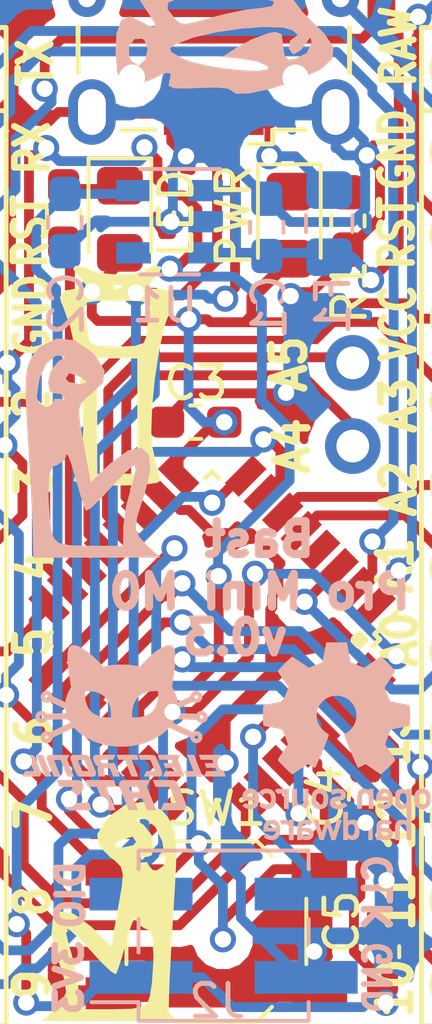
<source format=kicad_pcb>
(kicad_pcb (version 20171130) (host pcbnew 5.1.2-f72e74a~84~ubuntu18.04.1)
  (title_block (title "Bast Pro Mini M0 ") (date 2019-03-27) (rev 0.3) (company "Electronic Cats") (comment 1 "Eduardo Contreras") (comment 2 "Andres Sabas") (comment 3 "Edgar Capuchino"))
  (layers (0 F.Cu signal hide) (31 B.Cu signal hide) (34 B.Paste user hide) (35 F.Paste user hide) (36 B.SilkS user) (37 F.SilkS user) (38 B.Mask user hide) (39 F.Mask user hide) (44 Edge.Cuts user hide))
  (net 0 "")
  (net 1 "/1(Tx)")
  (net 2 "/0(Rx)")
  (net 3 GND)
  (net 4 /2)
  (net 5 "/3(**)")
  (net 6 /4)
  (net 7 "/5(**)")
  (net 8 "/6(**)")
  (net 9 /7)
  (net 10 /8)
  (net 11 "/9(**)")
  (net 12 VCC)
  (net 13 /A3)
  (net 14 /A2)
  (net 15 /A1)
  (net 16 /A0)
  (net 17 "/13(SCK)")
  (net 18 "/12(MISO)")
  (net 19 "/11(**/MOSI)")
  (net 20 "/10(**/SS)")
  (net 21 +3V3)
  (net 22 "Net-(C4-Pad1)")
  (net 23 "Net-(D1-Pad1)")
  (net 24 "Net-(D2-Pad1)")
  (net 25 "Net-(F1-Pad2)")
  (net 26 "Net-(J1-Pad4)")
  (net 27 /SWDIO)
  (net 28 /SWCLK)
  (net 29 /SDA)
  (net 30 /SCL)
  (net 31 /RESET)
  (net 32 /D-)
  (net 33 /D+)
  (net 34 /LED)
  (net 35 "Net-(U2-Pad4)")
  (module LED_SMD:LED_0805_2012Metric_Pad1.15x1.40mm_HandSolder (layer F.Cu) (at 143.18 89.675 270)
    (fp_text reference LED (at -0.175 -1.72 270) (layer F.SilkS))
    (fp_text value LED)
    (pad 2 smd roundrect (at 1.025 0 270) (size 1.15 1.4) (layers F.Cu F.Paste F.Mask) (roundrect_rratio 0.217391) (net 21 +3V3))
    (pad 1 smd roundrect (at -1.025 0 270) (size 1.15 1.4) (layers F.Cu F.Paste F.Mask) (roundrect_rratio 0.217391) (net 24 "Net-(D2-Pad1)"))
  )
  (module Connector_PinHeader_2.54mm:PinHeader_1x02_P2.54mm_Vertical (layer F.Cu) (at 150.3 96.6 180)
    (fp_text reference P2 hide)
    (fp_text value ADC)
    (pad 1 thru_hole circle (at 0 0 180) (size 1.7 1.7) (drill 1) (layers *.Cu *.Mask) (net 29 /SDA))
    (pad 2 thru_hole oval (at 0 2.54 180) (size 1.7 1.7) (drill 1) (layers *.Cu *.Mask) (net 30 /SCL))
  )
  (module LOGO (layer B.Cu) (at 142.4 96.65 180)
    (fp_text reference G*** hide)
    (fp_text value LOGO hide)
  )
  (module LOGO (layer B.Cu) (at 146.4 84.1 180)
    (fp_text reference G*** hide)
    (fp_text value LOGO hide)
  )
  (module LOGO (layer F.Cu) (at 143.1 94.45)
    (fp_text reference G*** hide)
    (fp_text value LOGO hide)
  )
  (module LOGO (layer F.Cu) (at 142.8 110.8)
    (fp_text reference G*** hide)
    (fp_text value LOGO hide)
  )
  (module Socket_Arduino_Pro_Mini:Socket_Strip_Arduino_1x12 (layer F.Cu) (at 138.43 85.09 270)
    (fp_text reference P1 hide)
    (fp_text value Digital)
    (pad 1 thru_hole oval (at 0 0 270) (size 1.7272 2.032) (drill 1.016) (layers *.Cu *.Mask F.SilkS) (net 1 "/1(Tx)"))
    (pad 2 thru_hole oval (at 2.54 0 270) (size 1.7272 2.032) (drill 1.016) (layers *.Cu *.Mask F.SilkS) (net 2 "/0(Rx)"))
    (pad 3 thru_hole oval (at 5.08 0 270) (size 1.7272 2.032) (drill 1.016) (layers *.Cu *.Mask F.SilkS) (net 31 /RESET))
    (pad 4 thru_hole oval (at 7.62 0 270) (size 1.7272 2.032) (drill 1.016) (layers *.Cu *.Mask F.SilkS) (net 3 GND))
    (pad 5 thru_hole oval (at 10.16 0 270) (size 1.7272 2.032) (drill 1.016) (layers *.Cu *.Mask F.SilkS) (net 4 /2))
    (pad 6 thru_hole oval (at 12.7 0 270) (size 1.7272 2.032) (drill 1.016) (layers *.Cu *.Mask F.SilkS) (net 5 "/3(**)"))
    (pad 7 thru_hole oval (at 15.24 0 270) (size 1.7272 2.032) (drill 1.016) (layers *.Cu *.Mask F.SilkS) (net 6 /4))
    (pad 8 thru_hole oval (at 17.78 0 270) (size 1.7272 2.032) (drill 1.016) (layers *.Cu *.Mask F.SilkS) (net 7 "/5(**)"))
    (pad 9 thru_hole oval (at 20.32 0 270) (size 1.7272 2.032) (drill 1.016) (layers *.Cu *.Mask F.SilkS) (net 8 "/6(**)"))
    (pad 10 thru_hole oval (at 22.86 0 270) (size 1.7272 2.032) (drill 1.016) (layers *.Cu *.Mask F.SilkS) (net 9 /7))
    (pad 11 thru_hole oval (at 25.4 0 270) (size 1.7272 2.032) (drill 1.016) (layers *.Cu *.Mask F.SilkS) (net 10 /8))
    (pad 12 thru_hole oval (at 27.94 0 270) (size 1.7272 2.032) (drill 1.016) (layers *.Cu *.Mask F.SilkS) (net 11 "/9(**)"))
  )
  (module Socket_Arduino_Pro_Mini:Socket_Strip_Arduino_1x12 (layer F.Cu) (at 153.67 85.09 270)
    (fp_text reference P3)
    (fp_text value Analog)
    (pad 1 thru_hole oval (at 0 0 270) (size 1.7272 2.032) (drill 1.016) (layers *.Cu *.Mask F.SilkS) (net 12 VCC))
    (pad 2 thru_hole oval (at 2.54 0 270) (size 1.7272 2.032) (drill 1.016) (layers *.Cu *.Mask F.SilkS) (net 3 GND))
    (pad 3 thru_hole oval (at 5.08 0 270) (size 1.7272 2.032) (drill 1.016) (layers *.Cu *.Mask F.SilkS) (net 31 /RESET))
    (pad 4 thru_hole oval (at 7.62 0 270) (size 1.7272 2.032) (drill 1.016) (layers *.Cu *.Mask F.SilkS) (net 21 +3V3))
    (pad 5 thru_hole oval (at 10.16 0 270) (size 1.7272 2.032) (drill 1.016) (layers *.Cu *.Mask F.SilkS) (net 13 /A3))
    (pad 6 thru_hole oval (at 12.7 0 270) (size 1.7272 2.032) (drill 1.016) (layers *.Cu *.Mask F.SilkS) (net 14 /A2))
    (pad 7 thru_hole oval (at 15.24 0 270) (size 1.7272 2.032) (drill 1.016) (layers *.Cu *.Mask F.SilkS) (net 15 /A1))
    (pad 8 thru_hole oval (at 17.78 0 270) (size 1.7272 2.032) (drill 1.016) (layers *.Cu *.Mask F.SilkS) (net 16 /A0))
    (pad 9 thru_hole oval (at 20.32 0 270) (size 1.7272 2.032) (drill 1.016) (layers *.Cu *.Mask F.SilkS) (net 17 "/13(SCK)"))
    (pad 10 thru_hole oval (at 22.86 0 270) (size 1.7272 2.032) (drill 1.016) (layers *.Cu *.Mask F.SilkS) (net 18 "/12(MISO)"))
    (pad 11 thru_hole oval (at 25.4 0 270) (size 1.7272 2.032) (drill 1.016) (layers *.Cu *.Mask F.SilkS) (net 19 "/11(**/MOSI)"))
    (pad 12 thru_hole oval (at 27.94 0 270) (size 1.7272 2.032) (drill 1.016) (layers *.Cu *.Mask F.SilkS) (net 20 "/10(**/SS)"))
  )
  (module Fuse:Fuse_0805_2012Metric_Pad1.15x1.40mm_HandSolder (layer B.Cu) (at 149.578336 89.807959 90)
    (fp_text reference F1 (at -2.492041 0.121664 90) (layer B.SilkS) (effects (justify mirror)))
    (fp_text value 500mA)
    (pad 1 smd roundrect (at -1.025 0 90) (size 1.15 1.4) (layers B.Cu B.Paste B.Mask) (roundrect_rratio 0.217391) (net 12 VCC))
    (pad 2 smd roundrect (at 1.025 0 90) (size 1.15 1.4) (layers B.Cu B.Paste B.Mask) (roundrect_rratio 0.217391) (net 25 "Net-(F1-Pad2)"))
  )
  (module Connector_USB:USB_Micro-B_Wuerth_629105150521 (layer F.Cu) (at 146.05 84.55 180)
    (fp_text reference J1 (at 5.4 2.45 180) (layer F.SilkS))
    (fp_text value USB_B_Micro)
    (pad 1 smd rect (at -1.3 -1.9 180) (size 0.45 1.3) (layers F.Cu F.Paste F.Mask) (net 25 "Net-(F1-Pad2)"))
    (pad 2 smd rect (at -0.65 -1.9 180) (size 0.45 1.3) (layers F.Cu F.Paste F.Mask) (net 32 /D-))
    (pad 3 smd rect (at 0 -1.9 180) (size 0.45 1.3) (layers F.Cu F.Paste F.Mask) (net 33 /D+))
    (pad 4 smd rect (at 0.65 -1.9 180) (size 0.45 1.3) (layers F.Cu F.Paste F.Mask) (net 26 "Net-(J1-Pad4)"))
    (pad 5 smd rect (at 1.3 -1.9 180) (size 0.45 1.3) (layers F.Cu F.Paste F.Mask) (net 3 GND))
    (pad 6 thru_hole oval (at -3.725 -1.85 180) (size 1.45 2) (drill oval 0.85 1.4) (layers *.Cu *.Mask) (net 3 GND))
    (pad 6 thru_hole oval (at 3.725 -1.85 180) (size 1.45 2) (drill oval 0.85 1.4) (layers *.Cu *.Mask) (net 3 GND))
    (pad 6 thru_hole oval (at -3.875 1.95 180) (size 1.15 1.8) (drill oval 0.55 1.2) (layers *.Cu *.Mask) (net 3 GND))
    (pad 6 thru_hole oval (at 3.875 1.95 180) (size 1.15 1.8) (drill oval 0.55 1.2) (layers *.Cu *.Mask) (net 3 GND))
    (pad "" np_thru_hole oval (at -2.5 -0.8 180) (size 0.8 0.8) (drill 0.8) (layers *.Cu *.Mask))
    (pad "" np_thru_hole oval (at 2.5 -0.8 180) (size 0.8 0.8) (drill 0.8) (layers *.Cu *.Mask))
  )
  (module Package_TO_SOT_SMD:SOT-23-5 (layer B.Cu) (at 144.7 89.75 180)
    (fp_text reference U1 (at 0.15 -2.55 180) (layer B.SilkS) (effects (justify mirror)))
    (fp_text value AP2112K-3.3TRG1)
    (pad 1 smd rect (at -1.1 0.95 180) (size 1.06 0.65) (layers B.Cu B.Paste B.Mask) (net 12 VCC))
    (pad 2 smd rect (at -1.1 0 180) (size 1.06 0.65) (layers B.Cu B.Paste B.Mask) (net 3 GND))
    (pad 3 smd rect (at -1.1 -0.95 180) (size 1.06 0.65) (layers B.Cu B.Paste B.Mask) (net 12 VCC))
    (pad 4 smd rect (at 1.1 -0.95 180) (size 1.06 0.65) (layers B.Cu B.Paste B.Mask))
    (pad 5 smd rect (at 1.1 0.95 180) (size 1.06 0.65) (layers B.Cu B.Paste B.Mask) (net 21 +3V3))
  )
  (module Package_QFP:LQFP-32_7x7mm_P0.8mm (layer F.Cu) (at 146 102.5 225)
    (fp_text reference U2)
    (fp_text value ATSAMD21E18A-AF)
    (pad 1 smd rect (at -4.25 -2.8 225) (size 1.2 0.6) (layers F.Cu F.Paste F.Mask) (net 1 "/1(Tx)"))
    (pad 2 smd rect (at -4.25 -2 225) (size 1.2 0.6) (layers F.Cu F.Paste F.Mask) (net 2 "/0(Rx)"))
    (pad 3 smd rect (at -4.25 -1.2 225) (size 1.2 0.6) (layers F.Cu F.Paste F.Mask) (net 16 /A0))
    (pad 4 smd rect (at -4.25 -0.4 225) (size 1.2 0.6) (layers F.Cu F.Paste F.Mask) (net 35 "Net-(U2-Pad4)"))
    (pad 5 smd rect (at -4.25 0.4 225) (size 1.2 0.6) (layers F.Cu F.Paste F.Mask) (net 15 /A1))
    (pad 6 smd rect (at -4.25 1.2 225) (size 1.2 0.6) (layers F.Cu F.Paste F.Mask) (net 14 /A2))
    (pad 7 smd rect (at -4.25 2 225) (size 1.2 0.6) (layers F.Cu F.Paste F.Mask) (net 10 /8))
    (pad 8 smd rect (at -4.25 2.8 225) (size 1.2 0.6) (layers F.Cu F.Paste F.Mask) (net 11 "/9(**)"))
    (pad 9 smd rect (at -2.8 4.25 315) (size 1.2 0.6) (layers F.Cu F.Paste F.Mask) (net 21 +3V3))
    (pad 10 smd rect (at -2 4.25 315) (size 1.2 0.6) (layers F.Cu F.Paste F.Mask) (net 3 GND))
    (pad 11 smd rect (at -1.2 4.25 315) (size 1.2 0.6) (layers F.Cu F.Paste F.Mask) (net 29 /SDA))
    (pad 12 smd rect (at -0.4 4.25 315) (size 1.2 0.6) (layers F.Cu F.Paste F.Mask) (net 30 /SCL))
    (pad 13 smd rect (at 0.4 4.25 315) (size 1.2 0.6) (layers F.Cu F.Paste F.Mask) (net 13 /A3))
    (pad 14 smd rect (at 1.2 4.25 315) (size 1.2 0.6) (layers F.Cu F.Paste F.Mask) (net 34 /LED))
    (pad 15 smd rect (at 2 4.25 315) (size 1.2 0.6) (layers F.Cu F.Paste F.Mask) (net 4 /2))
    (pad 16 smd rect (at 2.8 4.25 315) (size 1.2 0.6) (layers F.Cu F.Paste F.Mask) (net 7 "/5(**)"))
    (pad 17 smd rect (at 4.25 2.8 225) (size 1.2 0.6) (layers F.Cu F.Paste F.Mask) (net 19 "/11(**/MOSI)"))
    (pad 18 smd rect (at 4.25 2 225) (size 1.2 0.6) (layers F.Cu F.Paste F.Mask) (net 17 "/13(SCK)"))
    (pad 19 smd rect (at 4.25 1.2 225) (size 1.2 0.6) (layers F.Cu F.Paste F.Mask) (net 20 "/10(**/SS)"))
    (pad 20 smd rect (at 4.25 0.4 225) (size 1.2 0.6) (layers F.Cu F.Paste F.Mask) (net 18 "/12(MISO)"))
    (pad 21 smd rect (at 4.25 -0.4 225) (size 1.2 0.6) (layers F.Cu F.Paste F.Mask) (net 6 /4))
    (pad 22 smd rect (at 4.25 -1.2 225) (size 1.2 0.6) (layers F.Cu F.Paste F.Mask) (net 5 "/3(**)"))
    (pad 23 smd rect (at 4.25 -2 225) (size 1.2 0.6) (layers F.Cu F.Paste F.Mask) (net 32 /D-))
    (pad 24 smd rect (at 4.25 -2.8 225) (size 1.2 0.6) (layers F.Cu F.Paste F.Mask) (net 33 /D+))
    (pad 25 smd rect (at 2.8 -4.25 315) (size 1.2 0.6) (layers F.Cu F.Paste F.Mask) (net 8 "/6(**)"))
    (pad 26 smd rect (at 2 -4.25 315) (size 1.2 0.6) (layers F.Cu F.Paste F.Mask) (net 31 /RESET))
    (pad 27 smd rect (at 1.2 -4.25 315) (size 1.2 0.6) (layers F.Cu F.Paste F.Mask) (net 9 /7))
    (pad 28 smd rect (at 0.4 -4.25 315) (size 1.2 0.6) (layers F.Cu F.Paste F.Mask) (net 3 GND))
    (pad 29 smd rect (at -0.4 -4.25 315) (size 1.2 0.6) (layers F.Cu F.Paste F.Mask) (net 22 "Net-(C4-Pad1)"))
    (pad 30 smd rect (at -1.2 -4.25 315) (size 1.2 0.6) (layers F.Cu F.Paste F.Mask) (net 21 +3V3))
    (pad 31 smd rect (at -2 -4.25 315) (size 1.2 0.6) (layers F.Cu F.Paste F.Mask) (net 28 /SWCLK))
    (pad 32 smd rect (at -2.8 -4.25 315) (size 1.2 0.6) (layers F.Cu F.Paste F.Mask) (net 27 /SWDIO))
  )
  (module Connector_PinHeader_2.54mm:PinHeader_2x02_P2.54mm_Vertical_SMD (layer B.Cu) (at 146.35 111.55)
    (fp_text reference J2 (at -0.2 2) (layer B.SilkS) (effects (justify mirror)))
    (fp_text value Conn_02x02_Odd_Even)
    (pad 1 smd rect (at -2.525 1.27) (size 3.15 1) (layers B.Cu B.Paste B.Mask) (net 21 +3V3))
    (pad 2 smd rect (at 2.525 1.27) (size 3.15 1) (layers B.Cu B.Paste B.Mask) (net 3 GND))
    (pad 3 smd rect (at -2.525 -1.27) (size 3.15 1) (layers B.Cu B.Paste B.Mask) (net 27 /SWDIO))
    (pad 4 smd rect (at 2.525 -1.27) (size 3.15 1) (layers B.Cu B.Paste B.Mask) (net 28 /SWCLK))
  )
  (module Aesthetics:electronic_cats_logo_4x3 (layer B.Cu) (at 143.23 105.2 180)
    (fp_text reference G*** hide)
    (fp_text value LOGO hide)
  )
  (module Symbols:OSHW-Logo_5.7x6mm_SilkScreen (layer B.Cu) (at 149.81 105.61 180)
    (fp_text reference REF*** hide)
    (fp_text value OSHW-Logo_5.7x6mm_SilkScreen hide)
  )
  (module Capacitor_SMD:C_0603_1608Metric_Pad1.05x0.95mm_HandSolder (layer B.Cu) (at 147.670336 89.921959 90)
    (fp_text reference C1 (at -2.428041 0.079664 90) (layer B.SilkS) (effects (justify mirror)))
    (fp_text value 1uF)
    (pad 1 smd roundrect (at -0.875 0 90) (size 1.05 0.95) (layers B.Cu B.Paste B.Mask) (net 12 VCC))
    (pad 2 smd roundrect (at 0.875 0 90) (size 1.05 0.95) (layers B.Cu B.Paste B.Mask) (net 3 GND))
  )
  (module Capacitor_SMD:C_0603_1608Metric_Pad1.05x0.95mm_HandSolder (layer B.Cu) (at 141.5 89.775 270)
    (fp_text reference C2 (at 2.475 -0.05 270) (layer B.SilkS) (effects (justify mirror)))
    (fp_text value 2.2uF)
    (pad 1 smd roundrect (at -0.875 0 270) (size 1.05 0.95) (layers B.Cu B.Paste B.Mask) (net 21 +3V3))
    (pad 2 smd roundrect (at 0.875 0 270) (size 1.05 0.95) (layers B.Cu B.Paste B.Mask) (net 3 GND))
  )
  (module Capacitor_SMD:C_0603_1608Metric_Pad1.05x0.95mm_HandSolder (layer F.Cu) (at 145.495 95.87 180)
    (fp_text reference C3 (at -0.005 1.195 180) (layer F.SilkS))
    (fp_text value 0.1uF)
    (pad 1 smd roundrect (at -0.875 0 180) (size 1.05 0.95) (layers F.Cu F.Paste F.Mask) (net 21 +3V3))
    (pad 2 smd roundrect (at 0.875 0 180) (size 1.05 0.95) (layers F.Cu F.Paste F.Mask) (net 3 GND))
  )
  (module Capacitor_SMD:C_0603_1608Metric_Pad1.05x0.95mm_HandSolder (layer F.Cu) (at 150.69 107.225 270)
    (fp_text reference C4 (at 0.075 1.225 270) (layer F.SilkS))
    (fp_text value 0.1uF)
    (pad 2 smd roundrect (at 0.875 0 270) (size 1.05 0.95) (layers F.Cu F.Paste F.Mask) (net 3 GND))
    (pad 1 smd roundrect (at -0.875 0 270) (size 1.05 0.95) (layers F.Cu F.Paste F.Mask) (net 22 "Net-(C4-Pad1)"))
  )
  (module Capacitor_SMD:C_0603_1608Metric_Pad1.05x0.95mm_HandSolder (layer F.Cu) (at 151.21 112.04 90)
    (fp_text reference C5 (at 0.9 -1.25 90) (layer F.SilkS))
    (fp_text value 0.1uF)
    (pad 2 smd roundrect (at 0.875 0 90) (size 1.05 0.95) (layers F.Cu F.Paste F.Mask) (net 3 GND))
    (pad 1 smd roundrect (at -0.875 0 90) (size 1.05 0.95) (layers F.Cu F.Paste F.Mask) (net 21 +3V3))
  )
  (module LED_SMD:LED_0805_2012Metric_Pad1.15x1.40mm_HandSolder (layer F.Cu) (at 148.36 89.855 270)
    (fp_text reference PWR (at -0.275 1.7 270) (layer F.SilkS))
    (fp_text value POWER)
    (pad 1 smd roundrect (at -1.025 0 270) (size 1.15 1.4) (layers F.Cu F.Paste F.Mask) (roundrect_rratio 0.217391) (net 23 "Net-(D1-Pad1)"))
    (pad 2 smd roundrect (at 1.025 0 270) (size 1.15 1.4) (layers F.Cu F.Paste F.Mask) (roundrect_rratio 0.217391) (net 21 +3V3))
  )
  (module Resistor_SMD:R_0603_1608Metric_Pad1.05x0.95mm_HandSolder (layer F.Cu) (at 150.15 89.725 270)
    (fp_text reference R1 (at 2.175 -0.05 270) (layer F.SilkS))
    (fp_text value 330)
    (pad 1 smd roundrect (at -0.875 0 270) (size 1.05 0.95) (layers F.Cu F.Paste F.Mask) (net 23 "Net-(D1-Pad1)"))
    (pad 2 smd roundrect (at 0.875 0 270) (size 1.05 0.95) (layers F.Cu F.Paste F.Mask) (net 3 GND))
  )
  (module Resistor_SMD:R_0603_1608Metric_Pad1.05x0.95mm_HandSolder (layer F.Cu) (at 141.46 89.545 270)
    (fp_text reference R2 hide)
    (fp_text value 330)
    (pad 2 smd roundrect (at 0.875 0 270) (size 1.05 0.95) (layers F.Cu F.Paste F.Mask) (net 34 /LED))
    (pad 1 smd roundrect (at -0.875 0 270) (size 1.05 0.95) (layers F.Cu F.Paste F.Mask) (net 24 "Net-(D2-Pad1)"))
  )
  (module Button_Switch_SMD:SW_SPST_TL3342 (layer F.Cu) (at 146.13 111.42)
    (fp_text reference SW1 (at 0 -3.75) (layer F.SilkS))
    (fp_text value SW_DPST_x2)
    (pad 1 smd rect (at -3.15 -1.9) (size 1.7 1) (layers F.Cu F.Paste F.Mask) (net 31 /RESET))
    (pad 1 smd rect (at 3.15 -1.9) (size 1.7 1) (layers F.Cu F.Paste F.Mask) (net 31 /RESET))
    (pad 2 smd rect (at -3.15 1.9) (size 1.7 1) (layers F.Cu F.Paste F.Mask) (net 3 GND))
    (pad 2 smd rect (at 3.15 1.9) (size 1.7 1) (layers F.Cu F.Paste F.Mask) (net 3 GND))
  )
  (gr_text 8 (at 140.5 110.5 90) (layer F.SilkS) (effects (font (size 1 0.9) (thickness 0.225))))
  (gr_text v0.3 (at 146.7 102.45) (layer B.SilkS) (effects (font (size 1 1) (thickness 0.25)) (justify mirror)))
  (gr_text . (at 150.5 101.5) (layer F.SilkS) (effects (font (size 2.5 2.5) (thickness 0.3)) (justify mirror)))
  (gr_text 3V3 (at 141.625 112.825 90) (layer B.SilkS) (effects (font (size 0.8 0.8) (thickness 0.2)) (justify mirror)))
  (gr_text DIO (at 141.675 110.3 90) (layer B.SilkS) (effects (font (size 0.8 0.8) (thickness 0.2)) (justify mirror)))
  (gr_text GND (at 151.075 112.825 90) (layer B.SilkS) (effects (font (size 0.8 0.7) (thickness 0.175)) (justify mirror)))
  (gr_text CLK (at 151.075 110.225 90) (layer B.SilkS) (effects (font (size 0.8 0.8) (thickness 0.2)) (justify mirror)))
  (gr_text RST (at 140.45 90.05 90) (layer F.SilkS) (effects (font (size 1 0.8) (thickness 0.2))))
  (gr_text RX (at 140.5 87.5 90) (layer F.SilkS) (effects (font (size 1 0.8) (thickness 0.2))))
  (gr_text TX (at 140.6 84.9 90) (layer F.SilkS) (effects (font (size 1 0.8) (thickness 0.2))))
  (gr_text GND (at 140.5 92.6 90) (layer F.SilkS) (effects (font (size 1 0.8) (thickness 0.2))))
  (gr_text A5 (at 148.35 94.1 90) (layer F.SilkS) (effects (font (size 1 0.9) (thickness 0.225))))
  (gr_text A4 (at 148.45 96.6 90) (layer F.SilkS) (effects (font (size 1 0.9) (thickness 0.225))))
  (gr_text 2 (at 140.5 95.3 90) (layer F.SilkS) (effects (font (size 1 0.9) (thickness 0.225))))
  (gr_text 3 (at 140.55 97.65 90) (layer F.SilkS) (effects (font (size 1 0.9) (thickness 0.225))))
  (gr_text 4 (at 140.6 100.25 90) (layer F.SilkS) (effects (font (size 1 0.9) (thickness 0.225))))
  (gr_text 5 (at 140.5 102.6 90) (layer F.SilkS) (effects (font (size 1 0.9) (thickness 0.225))))
  (gr_text 6 (at 140.55 105.3 90) (layer F.SilkS) (effects (font (size 1 0.9) (thickness 0.225))))
  (gr_text 7 (at 140.55 107.85 90) (layer F.SilkS) (effects (font (size 1 0.9) (thickness 0.225))))
  (gr_text 9 (at 140.5 113.05 90) (layer F.SilkS) (effects (font (size 1 0.9) (thickness 0.225))))
  (gr_text 10 (at 151.6 113.15 90) (layer F.SilkS) (effects (font (size 1 0.9) (thickness 0.225))))
  (gr_text 11 (at 151.65 110.5 90) (layer F.SilkS) (effects (font (size 1 0.9) (thickness 0.225))))
  (gr_text 12 (at 151.65 108.05 90) (layer F.SilkS) (effects (font (size 1 0.9) (thickness 0.225))))
  (gr_text 13 (at 151.5 105.5 90) (layer F.SilkS) (effects (font (size 1 0.9) (thickness 0.225))))
  (gr_text A0 (at 151.75 102.5 90) (layer F.SilkS) (effects (font (size 1 0.9) (thickness 0.225))))
  (gr_text A1 (at 151.6 100.25 90) (layer F.SilkS) (effects (font (size 1 0.9) (thickness 0.225))))
  (gr_text A2 (at 151.7 97.9 90) (layer F.SilkS) (effects (font (size 1 0.9) (thickness 0.225))))
  (gr_text A3 (at 151.7 95.35 90) (layer F.SilkS) (effects (font (size 1 0.9) (thickness 0.225))))
  (gr_text VCC (at 151.7 92.85 90) (layer F.SilkS) (effects (font (size 1 0.8) (thickness 0.2))))
  (gr_text RST (at 151.65 90.1 90) (layer F.SilkS) (effects (font (size 1 0.8) (thickness 0.2))))
  (gr_text GND (at 151.65 87.55 90) (layer F.SilkS) (effects (font (size 1 0.8) (thickness 0.2))))
  (gr_text RAW (at 151.7 84.4 90) (layer F.SilkS) (effects (font (size 1 0.8) (thickness 0.2))))
  (gr_text "Bast\nPro Mini M0" (at 147.45 100.25) (layer B.SilkS) (effects (font (size 1 1) (thickness 0.25)) (justify mirror)))
  (gr_line (start 154.94 114.3) (end 137.16 114.3) (angle 90) (layer Edge.Cuts) (width 0.1))
  (gr_line (start 154.94 81.28) (end 154.94 114.3) (angle 90) (layer Edge.Cuts) (width 0.1))
  (gr_line (start 137.16 81.28) (end 154.94 81.28) (angle 90) (layer Edge.Cuts) (width 0.1))
  (gr_line (start 137.16 114.3) (end 137.16 81.28) (angle 90) (layer Edge.Cuts) (width 0.1))
  (via (at 151.71 100.4) (size 0.8) (drill 0.5) (layers F.Cu B.Cu) (net 1))
  (segment (start 150.985103 101.474695) (end 151.85 100.609798) (width 0.3) (layer F.Cu) (net 1))
  (segment (start 151.85 100.609798) (end 151.85 100.45) (width 0.3) (layer F.Cu) (net 1))
  (segment (start 151.81 100.41) (end 151.85 100.45) (width 0.3) (layer B.Cu) (net 1))
  (segment (start 151.68 100.41) (end 151.81 100.41) (width 0.3) (layer B.Cu) (net 1))
  (segment (start 152.19 99.9) (end 151.68 100.41) (width 0.3) (layer B.Cu) (net 1))
  (segment (start 151.703979 85.685142) (end 151.703979 85.866146) (width 0.3) (layer B.Cu) (net 1))
  (segment (start 151.3 85.281163) (end 151.703979 85.685142) (width 0.3) (layer B.Cu) (net 1))
  (segment (start 151.703982 85.685145) (end 151.3 85.281163) (width 0.3) (layer B.Cu) (net 1))
  (segment (start 151.703982 85.866152) (end 151.703982 85.685145) (width 0.3) (layer B.Cu) (net 1))
  (segment (start 152.08001 86.24218) (end 151.703982 85.866152) (width 0.3) (layer B.Cu) (net 1))
  (segment (start 140.477602 83.9264) (end 149.945237 83.9264) (width 0.3) (layer B.Cu) (net 1))
  (segment (start 149.945237 83.9264) (end 151.3 85.281163) (width 0.3) (layer B.Cu) (net 1))
  (segment (start 139.314002 85.09) (end 140.477602 83.9264) (width 0.3) (layer B.Cu) (net 1))
  (segment (start 138.43 85.09) (end 139.314002 85.09) (width 0.3) (layer B.Cu) (net 1))
  (segment (start 152.109999 100.000001) (end 151.71 100.4) (width 0.3) (layer B.Cu) (net 1))
  (segment (start 152.109999 88.029989) (end 152.109999 100.000001) (width 0.3) (layer B.Cu) (net 1))
  (segment (start 152.08001 88) (end 152.109999 88.029989) (width 0.3) (layer B.Cu) (net 1))
  (segment (start 152.08001 88) (end 152.08001 86.24218) (width 0.3) (layer B.Cu) (net 1))
  (via (at 150.9 99.516979) (size 0.8) (drill 0.5) (layers F.Cu B.Cu) (net 2))
  (segment (start 150.419417 100.90901) (end 150.9 100.428427) (width 0.3) (layer F.Cu) (net 2))
  (segment (start 150.9 100.428427) (end 150.9 99.516979) (width 0.3) (layer F.Cu) (net 2))
  (segment (start 149.609999 84.549999) (end 149.63 84.57) (width 0.3) (layer B.Cu) (net 2))
  (segment (start 140.810001 84.549999) (end 149.609999 84.549999) (width 0.3) (layer B.Cu) (net 2))
  (segment (start 139.83 85.53) (end 140.810001 84.549999) (width 0.3) (layer B.Cu) (net 2))
  (segment (start 139.83 86.3824) (end 139.83 85.53) (width 0.3) (layer B.Cu) (net 2))
  (segment (start 138.5824 87.63) (end 139.83 86.3824) (width 0.3) (layer B.Cu) (net 2))
  (segment (start 138.43 87.63) (end 138.5824 87.63) (width 0.3) (layer B.Cu) (net 2))
  (segment (start 149.63 84.57) (end 149.811004 84.57) (width 0.3) (layer B.Cu) (net 2))
  (segment (start 149.811004 84.57) (end 150.90001 85.659006) (width 0.3) (layer B.Cu) (net 2))
  (segment (start 150.90001 85.659006) (end 150.90001 85.84001) (width 0.3) (layer B.Cu) (net 2))
  (segment (start 151.53 86.47) (end 151.53 88.15) (width 0.3) (layer B.Cu) (net 2))
  (segment (start 150.90001 85.84001) (end 151.53 86.47) (width 0.3) (layer B.Cu) (net 2))
  (segment (start 151.550001 98.866978) (end 151.550001 92.024001) (width 0.3) (layer B.Cu) (net 2))
  (segment (start 150.9 99.516979) (end 151.550001 98.866978) (width 0.3) (layer B.Cu) (net 2))
  (segment (start 151.53 88.15) (end 151.550001 92.024001) (width 0.3) (layer B.Cu) (net 2))
  (segment (start 142.175 82.6) (end 149.925 82.6) (width 0.3) (layer F.Cu) (net 3))
  (via (at 145.2 87.75) (size 0.8) (drill 0.5) (layers F.Cu B.Cu) (net 3))
  (segment (start 144.75 86.45) (end 144.75 87.3) (width 0.3) (layer F.Cu) (net 3))
  (segment (start 144.75 87.3) (end 145.2 87.75) (width 0.3) (layer F.Cu) (net 3))
  (segment (start 147.171264 88.547887) (end 147.670336 89.046959) (width 0.3) (layer B.Cu) (net 3))
  (segment (start 146.698376 88.074999) (end 147.171264 88.547887) (width 0.3) (layer B.Cu) (net 3))
  (segment (start 146.090684 88.074999) (end 146.698376 88.074999) (width 0.3) (layer B.Cu) (net 3))
  (segment (start 145.765685 87.75) (end 146.090684 88.074999) (width 0.3) (layer B.Cu) (net 3))
  (segment (start 145.2 87.75) (end 145.765685 87.75) (width 0.3) (layer B.Cu) (net 3))
  (segment (start 148.875 112.82) (end 149.95 112.82) (width 0.3) (layer B.Cu) (net 3))
  (segment (start 143.925044 96.274956) (end 144.000928 96.199072) (width 0.3) (layer F.Cu) (net 3))
  (segment (start 143.925044 97.596617) (end 143.925044 96.274956) (width 0.3) (layer F.Cu) (net 3))
  (segment (start 144.40901 98.080583) (end 143.925044 97.596617) (width 0.3) (layer F.Cu) (net 3))
  (segment (start 144.000928 96.199072) (end 144.5 95.7) (width 0.3) (layer F.Cu) (net 3))
  (segment (start 144.800001 88.149999) (end 145.2 87.75) (width 0.3) (layer B.Cu) (net 3))
  (segment (start 144.800001 89.580001) (end 144.800001 88.149999) (width 0.3) (layer B.Cu) (net 3))
  (segment (start 144.97 89.75) (end 144.800001 89.580001) (width 0.3) (layer B.Cu) (net 3))
  (segment (start 145.8 89.75) (end 144.97 89.75) (width 0.3) (layer B.Cu) (net 3))
  (via (at 144.75 89.75) (size 0.8) (drill 0.5) (layers F.Cu B.Cu) (net 3))
  (segment (start 145.8 89.75) (end 144.75 89.75) (width 0.3) (layer B.Cu) (net 3))
  (segment (start 142.375 86.45) (end 142.325 86.4) (width 0.3) (layer F.Cu) (net 3))
  (segment (start 144.75 86.45) (end 142.375 86.45) (width 0.3) (layer F.Cu) (net 3))
  (segment (start 147.65 95.05) (end 148.5 95.05) (width 0.3) (layer F.Cu) (net 3))
  (segment (start 144.53 95.85) (end 145.389978 94.990022) (width 0.3) (layer F.Cu) (net 3))
  (segment (start 147.6 95) (end 147.65 95.05) (width 0.3) (layer F.Cu) (net 3))
  (segment (start 147.934315 95.05) (end 148.5 95.05) (width 0.3) (layer F.Cu) (net 3))
  (segment (start 147.874337 94.990022) (end 147.934315 95.05) (width 0.3) (layer F.Cu) (net 3))
  (segment (start 145.389978 94.990022) (end 147.874337 94.990022) (width 0.3) (layer F.Cu) (net 3))
  (segment (start 150.64 87.265) (end 149.775 86.4) (width 0.3) (layer B.Cu) (net 3))
  (segment (start 148.381346 89.757969) (end 150.297582 89.757969) (width 0.3) (layer B.Cu) (net 3))
  (segment (start 147.670336 89.046959) (end 148.381346 89.757969) (width 0.3) (layer B.Cu) (net 3))
  (segment (start 150.297582 89.757969) (end 150.678346 89.377205) (width 0.3) (layer B.Cu) (net 3))
  (segment (start 150.678346 89.377205) (end 150.678346 88.188713) (width 0.3) (layer B.Cu) (net 3))
  (segment (start 150.678346 88.188713) (end 150.64 88.150367) (width 0.3) (layer B.Cu) (net 3))
  (segment (start 150.64 88.150367) (end 150.64 87.265) (width 0.3) (layer B.Cu) (net 3))
  (segment (start 153.67 87.029414) (end 152.25399 85.613404) (width 0.3) (layer B.Cu) (net 3))
  (segment (start 153.67 87.63) (end 153.67 87.029414) (width 0.3) (layer B.Cu) (net 3))
  (segment (start 152.25399 85.613404) (end 152.25399 85.25399) (width 0.3) (layer B.Cu) (net 3))
  (segment (start 149.925 82.925) (end 149.925 82.6) (width 0.3) (layer B.Cu) (net 3))
  (segment (start 152.25399 85.25399) (end 149.925 82.925) (width 0.3) (layer B.Cu) (net 3))
  (segment (start 149.650928 91.099072) (end 150.15 90.6) (width 0.3) (layer F.Cu) (net 3))
  (segment (start 149.650928 91.301242) (end 149.650928 91.099072) (width 0.3) (layer F.Cu) (net 3))
  (segment (start 149.05217 91.9) (end 149.650928 91.301242) (width 0.3) (layer F.Cu) (net 3))
  (segment (start 148.43 91.9) (end 149.05217 91.9) (width 0.3) (layer F.Cu) (net 3))
  (via (at 150.72999 87.724803) (size 0.8) (drill 0.5) (layers F.Cu B.Cu) (net 3))
  (segment (start 150.15 90.6) (end 151.129989 89.620011) (width 0.3) (layer F.Cu) (net 3))
  (segment (start 151.129989 89.620011) (end 151.129989 88.124802) (width 0.3) (layer F.Cu) (net 3))
  (segment (start 150.164305 87.724803) (end 150.72999 87.724803) (width 0.3) (layer B.Cu) (net 3))
  (segment (start 151.129989 88.124802) (end 150.72999 87.724803) (width 0.3) (layer F.Cu) (net 3))
  (segment (start 149.825197 87.5) (end 150.05 87.724803) (width 0.3) (layer B.Cu) (net 3))
  (segment (start 149.775 87.5) (end 149.825197 87.5) (width 0.3) (layer B.Cu) (net 3))
  (segment (start 150.05 87.724803) (end 150.164305 87.724803) (width 0.3) (layer B.Cu) (net 3))
  (segment (start 149.775 86.4) (end 149.775 87.5) (width 0.3) (layer B.Cu) (net 3))
  (segment (start 142.4 89.75) (end 141.5 90.65) (width 0.3) (layer B.Cu) (net 3))
  (segment (start 144.75 89.75) (end 142.4 89.75) (width 0.3) (layer B.Cu) (net 3))
  (segment (start 138.43 92.71) (end 138.5824 92.71) (width 0.3) (layer F.Cu) (net 3))
  (segment (start 141.209999 86.490001) (end 141.3 86.4) (width 0.3) (layer F.Cu) (net 3))
  (segment (start 141.3 86.4) (end 142.325 86.4) (width 0.3) (layer F.Cu) (net 3))
  (segment (start 139.85 87.146) (end 140.505999 86.490001) (width 0.3) (layer F.Cu) (net 3))
  (segment (start 139.85 91.4424) (end 139.85 87.146) (width 0.3) (layer F.Cu) (net 3))
  (segment (start 140.505999 86.490001) (end 141.209999 86.490001) (width 0.3) (layer F.Cu) (net 3))
  (segment (start 138.5824 92.71) (end 139.85 91.4424) (width 0.3) (layer F.Cu) (net 3))
  (segment (start 141.3 82.6) (end 139.93 83.97) (width 0.3) (layer F.Cu) (net 3))
  (segment (start 142.175 82.6) (end 141.3 82.6) (width 0.3) (layer F.Cu) (net 3))
  (segment (start 139.93 85.914002) (end 140.505999 86.490001) (width 0.3) (layer F.Cu) (net 3))
  (segment (start 139.93 83.97) (end 139.93 85.914002) (width 0.3) (layer F.Cu) (net 3))
  (segment (start 141.3 86.4) (end 141 86.7) (width 0.3) (layer F.Cu) (net 3))
  (segment (start 139.93 86.7) (end 139.82 86.59) (width 0.3) (layer F.Cu) (net 3))
  (segment (start 141 86.7) (end 139.82 86.59) (width 0.3) (layer F.Cu) (net 3))
  (via (at 148.4 92.019991) (size 0.8) (drill 0.5) (layers F.Cu B.Cu) (net 3))
  (via (at 148.26 94.97) (size 0.8) (drill 0.5) (layers F.Cu B.Cu) (net 3))
  (segment (start 148.4 94.83) (end 148.26 94.97) (width 0.3) (layer B.Cu) (net 3))
  (segment (start 148.4 92.019991) (end 148.4 94.83) (width 0.3) (layer B.Cu) (net 3))
  (segment (start 149.67 113.02) (end 149.170928 113.519072) (width 0.3) (layer F.Cu) (net 3))
  (segment (start 149.67 113.02) (end 149.11499 113.57501) (width 0.3) (layer F.Cu) (net 3))
  (segment (start 151.21 109.980011) (end 151.330011 109.86) (width 0.3) (layer F.Cu) (net 3))
  (segment (start 151.21 111.165) (end 151.21 109.980011) (width 0.3) (layer F.Cu) (net 3))
  (via (at 151.330011 109.86) (size 0.8) (drill 0.5) (layers F.Cu B.Cu) (net 3))
  (segment (start 147.839817 101.17) (end 147.839817 101.525183) (width 0.3) (layer F.Cu) (net 3))
  (segment (start 148.09 100.18) (end 148.028254 100.241746) (width 0.3) (layer F.Cu) (net 3))
  (segment (start 148.028254 100.241746) (end 148.028254 100.981563) (width 0.3) (layer F.Cu) (net 3))
  (segment (start 148.028254 100.981563) (end 147.839817 101.17) (width 0.3) (layer F.Cu) (net 3))
  (segment (start 147.839817 99.929817) (end 148.09 100.18) (width 0.3) (layer F.Cu) (net 3))
  (segment (start 147.839817 99.912187) (end 147.839817 99.929817) (width 0.3) (layer F.Cu) (net 3))
  (segment (start 147.185089 99.257459) (end 147.839817 99.912187) (width 0.3) (layer F.Cu) (net 3))
  (segment (start 145.997459 99.257459) (end 147.185089 99.257459) (width 0.3) (layer F.Cu) (net 3))
  (segment (start 145.291303 98.551303) (end 145.997459 99.257459) (width 0.3) (layer F.Cu) (net 3))
  (segment (start 145.021135 98.551303) (end 145.291303 98.551303) (width 0.3) (layer F.Cu) (net 3))
  (segment (start 144.40901 98.080583) (end 144.550415 98.080583) (width 0.3) (layer F.Cu) (net 3))
  (segment (start 144.550415 98.080583) (end 145.021135 98.551303) (width 0.3) (layer F.Cu) (net 3))
  (segment (start 147.775 103.590998) (end 146.411876 104.954122) (width 0.3) (layer F.Cu) (net 3))
  (segment (start 147.839817 101.525183) (end 147.775 101.59) (width 0.3) (layer F.Cu) (net 3))
  (segment (start 147.775 101.59) (end 147.775 103.590998) (width 0.3) (layer F.Cu) (net 3))
  (segment (start 146.411876 104.954122) (end 146.411876 106.272009) (width 0.3) (layer F.Cu) (net 3))
  (via (at 146.411876 106.272009) (size 0.8) (drill 0.5) (layers F.Cu B.Cu) (net 3))
  (segment (start 149.28 112.19) (end 149.12 112.03) (width 0.3) (layer F.Cu) (net 3))
  (via (at 149.12 112.03) (size 0.8) (drill 0.5) (layers F.Cu B.Cu) (net 3))
  (segment (start 149.28 113.32) (end 149.28 112.19) (width 0.3) (layer F.Cu) (net 3))
  (segment (start 144.13 113.32) (end 149.28 113.32) (width 0.3) (layer F.Cu) (net 3))
  (segment (start 142.98 113.32) (end 144.13 113.32) (width 0.3) (layer F.Cu) (net 3))
  (segment (start 148.875 112.275) (end 149.12 112.03) (width 0.3) (layer B.Cu) (net 3))
  (segment (start 148.875 112.82) (end 148.875 112.275) (width 0.3) (layer B.Cu) (net 3))
  (segment (start 150.190928 107.600928) (end 150.69 108.1) (width 0.3) (layer F.Cu) (net 3))
  (segment (start 148.722361 105.788047) (end 149.217335 106.283021) (width 0.3) (layer F.Cu) (net 3))
  (segment (start 150.190928 107.449091) (end 150.190928 107.600928) (width 0.3) (layer F.Cu) (net 3))
  (segment (start 149.217335 106.283021) (end 149.217335 106.475498) (width 0.3) (layer F.Cu) (net 3))
  (segment (start 149.217335 106.475498) (end 150.190928 107.449091) (width 0.3) (layer F.Cu) (net 3))
  (via (at 150.69 108.1) (size 0.8) (drill 0.5) (layers F.Cu B.Cu) (net 3))
  (segment (start 150.69 109.219989) (end 151.330011 109.86) (width 0.3) (layer B.Cu) (net 3))
  (segment (start 150.69 108.1) (end 150.69 109.219989) (width 0.3) (layer B.Cu) (net 3))
  (segment (start 146.411876 106.272009) (end 146.411876 109.339319) (width 0.3) (layer B.Cu) (net 3))
  (segment (start 146.411876 109.339319) (end 146.880011 109.807454) (width 0.3) (layer B.Cu) (net 3))
  (segment (start 146.880011 111.002179) (end 148.697832 112.82) (width 0.3) (layer B.Cu) (net 3))
  (segment (start 146.880011 109.807454) (end 146.880011 111.002179) (width 0.3) (layer B.Cu) (net 3))
  (segment (start 148.697832 112.82) (end 148.875 112.82) (width 0.3) (layer B.Cu) (net 3))
  (segment (start 140.9 100.228427) (end 140.9 95.8) (width 0.3) (layer F.Cu) (net 4))
  (segment (start 141.580583 100.90901) (end 140.9 100.228427) (width 0.3) (layer F.Cu) (net 4))
  (segment (start 140.35 95.25) (end 138.43 95.25) (width 0.3) (layer F.Cu) (net 4))
  (segment (start 140.9 95.8) (end 140.35 95.25) (width 0.3) (layer F.Cu) (net 4))
  (via (at 139.7 104.2) (size 0.8) (drill 0.5) (layers F.Cu B.Cu) (net 5))
  (segment (start 139.7 104.2) (end 142.245192 106.745192) (width 0.3) (layer F.Cu) (net 5))
  (segment (start 143.142641 106.824453) (end 143.049454 106.824453) (width 0.3) (layer F.Cu) (net 5))
  (segment (start 143.166894 106.848706) (end 143.142641 106.824453) (width 0.3) (layer F.Cu) (net 5))
  (segment (start 143.34835 106.848706) (end 143.166894 106.848706) (width 0.3) (layer F.Cu) (net 5))
  (segment (start 143.843324 106.353732) (end 143.34835 106.848706) (width 0.3) (layer F.Cu) (net 5))
  (segment (start 142.245192 106.745192) (end 143.049454 106.824453) (width 0.3) (layer F.Cu) (net 5))
  (segment (start 138.5824 97.79) (end 138.43 97.79) (width 0.3) (layer B.Cu) (net 5))
  (segment (start 139.7 104.2) (end 139.7 103.634315) (width 0.3) (layer B.Cu) (net 5))
  (segment (start 139.7 103.634315) (end 140.089989 103.244326) (width 0.3) (layer B.Cu) (net 5))
  (segment (start 140.089989 103.244326) (end 140.089989 99.297589) (width 0.3) (layer B.Cu) (net 5))
  (segment (start 140.089989 99.297589) (end 138.5824 97.79) (width 0.3) (layer B.Cu) (net 5))
  (segment (start 138.5824 100.33) (end 138.43 100.33) (width 0.3) (layer B.Cu) (net 6))
  (via (at 139.65 96.575) (size 0.8) (drill 0.5) (layers F.Cu B.Cu) (net 6))
  (segment (start 138.43 100.33) (end 138.5824 100.33) (width 0.3) (layer F.Cu) (net 6))
  (via (at 143.930518 87.476968) (size 0.8) (drill 0.5) (layers F.Cu B.Cu) (net 6))
  (via (at 146.2 100.57) (size 0.8) (drill 0.5) (layers F.Cu B.Cu) (net 6))
  (segment (start 144.66 91.42) (end 144.944998 91.42) (width 0.3) (layer B.Cu) (net 6))
  (segment (start 144.949999 91.425001) (end 146.650001 91.425001) (width 0.3) (layer B.Cu) (net 6))
  (segment (start 144.944998 91.42) (end 144.949999 91.425001) (width 0.3) (layer B.Cu) (net 6))
  (via (at 144.704415 91.184581) (size 0.8) (drill 0.5) (layers F.Cu B.Cu) (net 6))
  (segment (start 146.650001 91.425001) (end 147.130001 91.780001) (width 0.3) (layer B.Cu) (net 6))
  (segment (start 147.130001 91.780001) (end 146.657501 91.417501) (width 0.3) (layer B.Cu) (net 6))
  (via (at 140.926771 87.50001) (size 0.8) (drill 0.5) (layers F.Cu B.Cu) (net 6))
  (segment (start 143.97 87.7) (end 143.769991 87.900009) (width 0.3) (layer B.Cu) (net 6))
  (segment (start 141.32677 87.900009) (end 140.926771 87.50001) (width 0.3) (layer B.Cu) (net 6))
  (segment (start 143.769991 87.900009) (end 141.32677 87.900009) (width 0.3) (layer B.Cu) (net 6))
  (segment (start 147.52 92.17) (end 147.130001 91.780001) (width 0.3) (layer B.Cu) (net 6))
  (segment (start 146.18 99.845179) (end 148.370001 97.655178) (width 0.3) (layer B.Cu) (net 6))
  (segment (start 146.18 100.55) (end 146.18 99.845179) (width 0.3) (layer B.Cu) (net 6))
  (segment (start 146.2 100.57) (end 146.18 100.55) (width 0.3) (layer B.Cu) (net 6))
  (segment (start 138.5824 100.33) (end 140.2 98.7124) (width 0.3) (layer F.Cu) (net 6))
  (segment (start 140.2 97.125) (end 139.65 96.575) (width 0.3) (layer F.Cu) (net 6))
  (segment (start 140.2 98.7124) (end 140.2 97.125) (width 0.3) (layer F.Cu) (net 6))
  (segment (start 147.51 94.83) (end 147.52 94.82) (width 0.3) (layer B.Cu) (net 6))
  (segment (start 147.51 95.21) (end 147.51 94.83) (width 0.3) (layer B.Cu) (net 6))
  (segment (start 148.370001 96.070001) (end 147.51 95.21) (width 0.3) (layer B.Cu) (net 6))
  (segment (start 147.52 94.82) (end 147.52 92.17) (width 0.3) (layer B.Cu) (net 6))
  (segment (start 148.370001 97.655178) (end 148.370001 96.070001) (width 0.3) (layer B.Cu) (net 6))
  (segment (start 145.449355 103.917277) (end 144.448541 103.917277) (width 0.3) (layer F.Cu) (net 6))
  (segment (start 144.448541 103.917277) (end 143.772613 104.593205) (width 0.3) (layer F.Cu) (net 6))
  (segment (start 146.2 100.57) (end 146.2 103.166632) (width 0.3) (layer F.Cu) (net 6))
  (segment (start 146.2 103.166632) (end 145.449355 103.917277) (width 0.3) (layer F.Cu) (net 6))
  (segment (start 143.772613 105.293073) (end 143.277639 105.788047) (width 0.3) (layer F.Cu) (net 6))
  (segment (start 143.772613 104.593205) (end 143.772613 105.293073) (width 0.3) (layer F.Cu) (net 6))
  (segment (start 139.989989 94.873646) (end 139.73999 94.623647) (width 0.3) (layer B.Cu) (net 6))
  (segment (start 139.65 96.575) (end 139.65 96.009315) (width 0.3) (layer B.Cu) (net 6))
  (segment (start 139.989989 95.669326) (end 139.989989 94.873646) (width 0.3) (layer B.Cu) (net 6))
  (segment (start 139.65 96.009315) (end 139.989989 95.669326) (width 0.3) (layer B.Cu) (net 6))
  (segment (start 141.02 87.72) (end 140.454315 87.72) (width 0.3) (layer F.Cu) (net 6))
  (via (at 139.73999 94.057962) (size 0.8) (drill 0.5) (layers F.Cu B.Cu) (net 6))
  (segment (start 140.40001 93.397942) (end 140.139989 93.657963) (width 0.3) (layer F.Cu) (net 6))
  (segment (start 140.454315 87.72) (end 140.40001 87.774305) (width 0.3) (layer F.Cu) (net 6))
  (segment (start 140.40001 87.774305) (end 140.40001 93.397942) (width 0.3) (layer F.Cu) (net 6))
  (segment (start 140.139989 93.657963) (end 139.73999 94.057962) (width 0.3) (layer F.Cu) (net 6))
  (segment (start 139.73999 94.623647) (end 139.73999 94.057962) (width 0.3) (layer B.Cu) (net 6))
  (segment (start 145.550001 90.529999) (end 144.66 91.42) (width 0.3) (layer F.Cu) (net 6))
  (segment (start 145.550001 89.365999) (end 145.550001 90.529999) (width 0.3) (layer F.Cu) (net 6))
  (segment (start 145.134002 88.95) (end 145.550001 89.365999) (width 0.3) (layer F.Cu) (net 6))
  (segment (start 144.8 88.95) (end 145.134002 88.95) (width 0.3) (layer F.Cu) (net 6))
  (segment (start 144.330517 88.480517) (end 144.8 88.95) (width 0.3) (layer F.Cu) (net 6))
  (segment (start 144.330517 87.876967) (end 144.330517 88.480517) (width 0.3) (layer F.Cu) (net 6))
  (segment (start 143.930518 87.476968) (end 144.330517 87.876967) (width 0.3) (layer F.Cu) (net 6))
  (segment (start 138.43 102.87) (end 138.5824 102.87) (width 0.3) (layer F.Cu) (net 7))
  (segment (start 138.85 102.45) (end 138.43 102.87) (width 0.3) (layer B.Cu) (net 7))
  (segment (start 139.746 102.87) (end 140.55 102.066) (width 0.3) (layer F.Cu) (net 7))
  (segment (start 138.43 102.87) (end 139.746 102.87) (width 0.3) (layer F.Cu) (net 7))
  (segment (start 140.55 101.939592) (end 141.014897 101.474695) (width 0.3) (layer F.Cu) (net 7))
  (segment (start 140.55 102.066) (end 140.55 101.939592) (width 0.3) (layer F.Cu) (net 7))
  (segment (start 138.43 105.604004) (end 138.43 105.41) (width 0.3) (layer F.Cu) (net 8))
  (segment (start 140.24 107.414004) (end 138.43 105.604004) (width 0.3) (layer F.Cu) (net 8))
  (segment (start 147.025305 108.426862) (end 144.892168 110.56) (width 0.3) (layer F.Cu) (net 8))
  (segment (start 147.025305 107.485103) (end 147.025305 108.426862) (width 0.3) (layer F.Cu) (net 8))
  (segment (start 141.732 110.56) (end 141.224 110.052) (width 0.3) (layer F.Cu) (net 8))
  (segment (start 144.892168 110.56) (end 141.732 110.56) (width 0.3) (layer F.Cu) (net 8))
  (segment (start 140.24 109.39) (end 140.24 107.414004) (width 0.3) (layer F.Cu) (net 8))
  (segment (start 141.41 110.56) (end 140.24 109.39) (width 0.3) (layer F.Cu) (net 8))
  (segment (start 141.732 110.56) (end 141.41 110.56) (width 0.3) (layer F.Cu) (net 8))
  (segment (start 149.440002 108.244002) (end 149.064005 108.619999) (width 0.3) (layer F.Cu) (net 9))
  (segment (start 148.156676 106.353732) (end 148.65165 106.848706) (width 0.3) (layer F.Cu) (net 9))
  (segment (start 148.65165 106.848706) (end 148.81271 106.848706) (width 0.3) (layer F.Cu) (net 9))
  (segment (start 148.81271 106.848706) (end 149.440002 107.475998) (width 0.3) (layer F.Cu) (net 9))
  (segment (start 145 111.23) (end 141.19 111.23) (width 0.3) (layer F.Cu) (net 9))
  (segment (start 149.440002 107.475998) (end 149.440002 108.244002) (width 0.3) (layer F.Cu) (net 9))
  (segment (start 149.064005 108.619999) (end 147.610001 108.619999) (width 0.3) (layer F.Cu) (net 9))
  (segment (start 147.610001 108.619999) (end 145 111.23) (width 0.3) (layer F.Cu) (net 9))
  (segment (start 139.65 109.17) (end 138.43 107.95) (width 0.3) (layer F.Cu) (net 9))
  (segment (start 139.65 109.69) (end 139.65 109.17) (width 0.3) (layer F.Cu) (net 9))
  (segment (start 141.19 111.23) (end 139.65 109.69) (width 0.3) (layer F.Cu) (net 9))
  (segment (start 147.59099 98.080583) (end 147.544417 98.080583) (width 0.3) (layer F.Cu) (net 10))
  (segment (start 148.085964 96.735964) (end 147.725 96.375) (width 0.3) (layer F.Cu) (net 10))
  (segment (start 147.59099 98.080583) (end 148.085964 97.585609) (width 0.3) (layer F.Cu) (net 10))
  (segment (start 148.085964 97.585609) (end 148.085964 96.735964) (width 0.3) (layer F.Cu) (net 10))
  (via (at 147.564307 96.395693) (size 0.8) (drill 0.5) (layers F.Cu B.Cu) (net 10))
  (segment (start 138.43 110.785387) (end 139.641401 111.996788) (width 0.3) (layer B.Cu) (net 10))
  (segment (start 139.641401 111.996788) (end 140.40798 111.996788) (width 0.3) (layer B.Cu) (net 10))
  (segment (start 138.43 110.49) (end 138.43 110.785387) (width 0.3) (layer B.Cu) (net 10))
  (segment (start 143.75 96.775) (end 147.325 96.775) (width 0.3) (layer B.Cu) (net 10))
  (segment (start 143.386192 107.001677) (end 142.965162 106.580647) (width 0.3) (layer B.Cu) (net 10))
  (segment (start 143.386192 107.929195) (end 143.386192 107.001677) (width 0.3) (layer B.Cu) (net 10))
  (segment (start 147.325 96.775) (end 147.725 96.375) (width 0.3) (layer B.Cu) (net 10))
  (segment (start 141.299988 111.10478) (end 141.299988 108.800012) (width 0.3) (layer B.Cu) (net 10))
  (segment (start 140.40798 111.996788) (end 141.299988 111.10478) (width 0.3) (layer B.Cu) (net 10))
  (segment (start 141.299988 108.800012) (end 141.67 108.43) (width 0.3) (layer B.Cu) (net 10))
  (segment (start 141.67 108.43) (end 142.885387 108.43) (width 0.3) (layer B.Cu) (net 10))
  (segment (start 142.885387 108.43) (end 143.386192 107.929195) (width 0.3) (layer B.Cu) (net 10))
  (segment (start 142.965162 97.559838) (end 143.75 96.775) (width 0.3) (layer B.Cu) (net 10))
  (segment (start 142.965162 106.580647) (end 142.965162 97.559838) (width 0.3) (layer B.Cu) (net 10))
  (segment (start 146.885103 97.514897) (end 146.25 98.15) (width 0.3) (layer F.Cu) (net 11))
  (segment (start 147.025305 97.514897) (end 146.885103 97.514897) (width 0.3) (layer F.Cu) (net 11))
  (via (at 146 98.33) (size 0.8) (drill 0.5) (layers F.Cu B.Cu) (net 11))
  (segment (start 143.6 99.65) (end 145.1 98.15) (width 0.3) (layer B.Cu) (net 11))
  (segment (start 138.43 113.03) (end 139.746 113.03) (width 0.3) (layer B.Cu) (net 11))
  (segment (start 140.229201 112.546799) (end 140.655802 112.546799) (width 0.3) (layer B.Cu) (net 11))
  (segment (start 140.655802 112.546799) (end 141.849999 111.352602) (width 0.3) (layer B.Cu) (net 11))
  (segment (start 141.849999 109.480001) (end 142.26 109.07) (width 0.3) (layer B.Cu) (net 11))
  (segment (start 143.23 109.07) (end 143.936203 108.363797) (width 0.3) (layer B.Cu) (net 11))
  (segment (start 143.936203 106.386203) (end 143.6 106.05) (width 0.3) (layer B.Cu) (net 11))
  (segment (start 141.849999 111.352602) (end 141.849999 109.480001) (width 0.3) (layer B.Cu) (net 11))
  (segment (start 143.936203 108.363797) (end 143.936203 106.386203) (width 0.3) (layer B.Cu) (net 11))
  (segment (start 142.26 109.07) (end 143.23 109.07) (width 0.3) (layer B.Cu) (net 11))
  (segment (start 139.746 113.03) (end 140.229201 112.546799) (width 0.3) (layer B.Cu) (net 11))
  (segment (start 143.6 106.05) (end 143.6 99.65) (width 0.3) (layer B.Cu) (net 11))
  (segment (start 145.1 98.15) (end 146.25 98.15) (width 0.3) (layer B.Cu) (net 11))
  (segment (start 149.542336 90.796959) (end 149.578336 90.832959) (width 0.3) (layer B.Cu) (net 12))
  (segment (start 149.445377 90.7) (end 149.578336 90.832959) (width 0.3) (layer B.Cu) (net 12))
  (segment (start 146.63 88.8) (end 145.8 88.8) (width 0.3) (layer B.Cu) (net 12))
  (segment (start 146.730001 88.900001) (end 146.63 88.8) (width 0.3) (layer B.Cu) (net 12))
  (segment (start 146.730001 89.856624) (end 146.730001 88.900001) (width 0.3) (layer B.Cu) (net 12))
  (segment (start 149.578336 90.832959) (end 150.000422 90.832959) (width 0.3) (layer B.Cu) (net 12))
  (segment (start 149.578336 90.832959) (end 150.032959 90.832959) (width 0.3) (layer B.Cu) (net 12))
  (segment (start 150.292959 90.832959) (end 150.87 91.41) (width 0.3) (layer B.Cu) (net 12))
  (segment (start 149.578336 90.832959) (end 150.292959 90.832959) (width 0.3) (layer B.Cu) (net 12))
  (via (at 150.86 91.53) (size 0.8) (drill 0.5) (layers F.Cu B.Cu) (net 12))
  (segment (start 151.703979 84.05177) (end 151.450021 83.797812) (width 0.3) (layer F.Cu) (net 12))
  (segment (start 152.504002 82.559998) (end 153.67 83.725996) (width 0.3) (layer F.Cu) (net 12))
  (segment (start 151.450021 83.797812) (end 151.450021 82.877812) (width 0.3) (layer F.Cu) (net 12))
  (segment (start 151.450021 82.877812) (end 151.767835 82.559998) (width 0.3) (layer F.Cu) (net 12))
  (segment (start 151.767835 82.559998) (end 152.504002 82.559998) (width 0.3) (layer F.Cu) (net 12))
  (segment (start 153.67 83.725996) (end 153.67 83.9264) (width 0.3) (layer F.Cu) (net 12))
  (segment (start 151.703979 90.686021) (end 151.703979 84.05177) (width 0.3) (layer F.Cu) (net 12))
  (segment (start 150.86 91.53) (end 151.703979 90.686021) (width 0.3) (layer F.Cu) (net 12))
  (segment (start 153.67 83.9264) (end 153.67 85.09) (width 0.3) (layer F.Cu) (net 12))
  (segment (start 146.730001 90.600001) (end 146.83 90.7) (width 0.3) (layer B.Cu) (net 12))
  (segment (start 146.83 90.7) (end 149.445377 90.7) (width 0.3) (layer B.Cu) (net 12))
  (segment (start 146.730001 89.856624) (end 146.730001 90.600001) (width 0.3) (layer B.Cu) (net 12))
  (segment (start 145.8 90.7) (end 146.83 90.7) (width 0.3) (layer B.Cu) (net 12))
  (segment (start 151.077599 92.809999) (end 153.5176 95.25) (width 0.3) (layer F.Cu) (net 13))
  (segment (start 142.216979 99.282665) (end 142.216979 94.727355) (width 0.3) (layer F.Cu) (net 13))
  (segment (start 142.711953 99.777639) (end 142.216979 99.282665) (width 0.3) (layer F.Cu) (net 13))
  (segment (start 153.5176 95.25) (end 153.67 95.25) (width 0.3) (layer F.Cu) (net 13))
  (segment (start 149.169998 93.34) (end 149.699999 92.809999) (width 0.3) (layer F.Cu) (net 13))
  (segment (start 149.699999 92.809999) (end 151.077599 92.809999) (width 0.3) (layer F.Cu) (net 13))
  (segment (start 149.149998 93.36) (end 149.169998 93.34) (width 0.25) (layer F.Cu) (net 13))
  (segment (start 142.216979 94.727355) (end 143.584334 93.36) (width 0.25) (layer F.Cu) (net 13))
  (segment (start 143.584334 93.36) (end 149.149998 93.36) (width 0.25) (layer F.Cu) (net 13))
  (segment (start 152.354 97.79) (end 153.67 97.79) (width 0.3) (layer F.Cu) (net 14))
  (segment (start 151.992706 98.151294) (end 152.354 97.79) (width 0.3) (layer F.Cu) (net 14))
  (segment (start 148.65165 98.151294) (end 151.992706 98.151294) (width 0.3) (layer F.Cu) (net 14))
  (segment (start 148.156676 98.646268) (end 148.65165 98.151294) (width 0.3) (layer F.Cu) (net 14))
  (segment (start 149.217335 98.716979) (end 148.722361 99.211953) (width 0.3) (layer F.Cu) (net 15))
  (segment (start 151.904579 98.716979) (end 149.217335 98.716979) (width 0.3) (layer F.Cu) (net 15))
  (segment (start 153.5176 100.33) (end 151.904579 98.716979) (width 0.3) (layer F.Cu) (net 15))
  (segment (start 153.67 100.33) (end 153.5176 100.33) (width 0.3) (layer F.Cu) (net 15))
  (via (at 148.828255 101.355583) (size 0.8) (drill 0.5) (layers F.Cu B.Cu) (net 16))
  (segment (start 148.841473 101.355583) (end 149.853732 100.343324) (width 0.3) (layer F.Cu) (net 16))
  (segment (start 148.828255 101.355583) (end 148.841473 101.355583) (width 0.3) (layer F.Cu) (net 16))
  (segment (start 153.67 102.87) (end 153.5176 102.87) (width 0.3) (layer B.Cu) (net 16))
  (segment (start 152.354 104.0336) (end 151.506272 104.0336) (width 0.3) (layer B.Cu) (net 16))
  (segment (start 153.5176 102.87) (end 152.354 104.0336) (width 0.3) (layer B.Cu) (net 16))
  (segment (start 151.506272 104.0336) (end 149.228254 101.755582) (width 0.3) (layer B.Cu) (net 16))
  (segment (start 149.228254 101.755582) (end 148.828255 101.355583) (width 0.3) (layer B.Cu) (net 16))
  (via (at 145.090674 100.790686) (size 0.8) (drill 0.5) (layers F.Cu B.Cu) (net 17))
  (segment (start 142.075557 103.596016) (end 141.580583 104.09099) (width 0.3) (layer F.Cu) (net 17))
  (segment (start 144.480888 101.190685) (end 142.075557 103.596016) (width 0.3) (layer F.Cu) (net 17))
  (segment (start 144.690675 101.190685) (end 144.480888 101.190685) (width 0.3) (layer F.Cu) (net 17))
  (segment (start 145.090674 100.790686) (end 144.690675 101.190685) (width 0.3) (layer F.Cu) (net 17))
  (segment (start 145.090674 100.790686) (end 144.809314 100.790686) (width 0.3) (layer F.Cu) (net 17))
  (segment (start 148.691288 102.249957) (end 146.549945 102.249957) (width 0.3) (layer B.Cu) (net 17))
  (segment (start 145.490673 101.190685) (end 145.090674 100.790686) (width 0.3) (layer B.Cu) (net 17))
  (segment (start 153.67 105.41) (end 151.851331 105.41) (width 0.3) (layer B.Cu) (net 17))
  (segment (start 151.851331 105.41) (end 148.691288 102.249957) (width 0.3) (layer B.Cu) (net 17))
  (segment (start 146.549945 102.249957) (end 145.490673 101.190685) (width 0.3) (layer B.Cu) (net 17))
  (via (at 145.090674 103.114004) (size 0.8) (drill 0.5) (layers F.Cu B.Cu) (net 18))
  (segment (start 144.427589 103.114004) (end 144.524989 103.114004) (width 0.3) (layer F.Cu) (net 18))
  (segment (start 143.206927 104.334666) (end 144.427589 103.114004) (width 0.3) (layer F.Cu) (net 18))
  (segment (start 142.711953 105.222361) (end 143.206927 104.727387) (width 0.3) (layer F.Cu) (net 18))
  (segment (start 144.524989 103.114004) (end 145.090674 103.114004) (width 0.3) (layer F.Cu) (net 18))
  (segment (start 143.206927 104.727387) (end 143.206927 104.334666) (width 0.3) (layer F.Cu) (net 18))
  (segment (start 152.501835 107.95) (end 153.67 107.95) (width 0.3) (layer B.Cu) (net 18))
  (segment (start 145.326649 103.349979) (end 148.235644 103.349979) (width 0.3) (layer B.Cu) (net 18))
  (segment (start 145.090674 103.114004) (end 145.326649 103.349979) (width 0.3) (layer B.Cu) (net 18))
  (segment (start 151.301823 106.749988) (end 152.501835 107.95) (width 0.3) (layer B.Cu) (net 18))
  (segment (start 148.235644 103.349979) (end 151.301823 106.416158) (width 0.3) (layer B.Cu) (net 18))
  (segment (start 151.301823 106.416158) (end 151.301823 106.749988) (width 0.3) (layer B.Cu) (net 18))
  (via (at 144.85 99.72) (size 0.8) (drill 0.5) (layers F.Cu B.Cu) (net 19))
  (segment (start 142.840202 101.7) (end 142.95 101.7) (width 0.3) (layer F.Cu) (net 19))
  (segment (start 141.014897 103.525305) (end 142.840202 101.7) (width 0.3) (layer F.Cu) (net 19))
  (segment (start 144.820202 99.72) (end 144.85 99.72) (width 0.3) (layer F.Cu) (net 19))
  (segment (start 141.014897 103.525305) (end 144.820202 99.72) (width 0.3) (layer F.Cu) (net 19))
  (segment (start 144.290674 100.359326) (end 145 99.65) (width 0.3) (layer B.Cu) (net 19))
  (segment (start 153.67 110.49) (end 153.5176 110.49) (width 0.3) (layer B.Cu) (net 19))
  (segment (start 149.190003 105.08217) (end 148.025109 103.917276) (width 0.3) (layer B.Cu) (net 19))
  (segment (start 153.5176 110.49) (end 152.354 109.3264) (width 0.3) (layer B.Cu) (net 19))
  (segment (start 144.55795 103.917276) (end 144.290674 103.65) (width 0.3) (layer B.Cu) (net 19))
  (segment (start 148.025109 103.917276) (end 144.55795 103.917276) (width 0.3) (layer B.Cu) (net 19))
  (segment (start 152.354 108.579998) (end 149.190003 105.416001) (width 0.3) (layer B.Cu) (net 19))
  (segment (start 149.190003 105.416001) (end 149.190003 105.08217) (width 0.3) (layer B.Cu) (net 19))
  (segment (start 144.290674 103.65) (end 144.290674 100.359326) (width 0.3) (layer B.Cu) (net 19))
  (segment (start 152.354 109.3264) (end 152.354 108.579998) (width 0.3) (layer B.Cu) (net 19))
  (via (at 145.090674 101.982633) (size 0.8) (drill 0.5) (layers F.Cu B.Cu) (net 20))
  (segment (start 152.25 111.7624) (end 152.25 107.071795) (width 0.3) (layer F.Cu) (net 20))
  (segment (start 152.365011 106.956784) (end 152.365011 106.391099) (width 0.3) (layer F.Cu) (net 20))
  (segment (start 153.5176 113.03) (end 152.25 111.7624) (width 0.3) (layer F.Cu) (net 20))
  (segment (start 153.67 113.03) (end 153.5176 113.03) (width 0.3) (layer F.Cu) (net 20))
  (via (at 152.365011 106.391099) (size 0.8) (drill 0.5) (layers F.Cu B.Cu) (net 20))
  (segment (start 152.25 107.071795) (end 152.365011 106.956784) (width 0.3) (layer F.Cu) (net 20))
  (segment (start 145.908009 102.799968) (end 148.463466 102.799968) (width 0.3) (layer B.Cu) (net 20))
  (segment (start 148.463466 102.799968) (end 151.654598 105.9911) (width 0.3) (layer B.Cu) (net 20))
  (segment (start 151.654598 105.9911) (end 151.965012 105.9911) (width 0.3) (layer B.Cu) (net 20))
  (segment (start 151.965012 105.9911) (end 152.365011 106.391099) (width 0.3) (layer B.Cu) (net 20))
  (segment (start 145.090674 101.982633) (end 145.908009 102.799968) (width 0.3) (layer B.Cu) (net 20))
  (segment (start 142.641242 103.86638) (end 144.524989 101.982633) (width 0.3) (layer F.Cu) (net 20))
  (segment (start 142.146268 104.656676) (end 142.641242 104.161702) (width 0.3) (layer F.Cu) (net 20))
  (segment (start 142.641242 104.161702) (end 142.641242 103.86638) (width 0.3) (layer F.Cu) (net 20))
  (segment (start 144.524989 101.982633) (end 145.090674 101.982633) (width 0.3) (layer F.Cu) (net 20))
  (via (at 145.28 92.73) (size 0.8) (drill 0.5) (layers F.Cu B.Cu) (net 21))
  (segment (start 143.5 88.9) (end 143.6 88.8) (width 0.3) (layer B.Cu) (net 21))
  (segment (start 141.5 88.9) (end 143.5 88.9) (width 0.3) (layer B.Cu) (net 21))
  (segment (start 142.95 90.8) (end 142.95 91.05) (width 0.3) (layer F.Cu) (net 21))
  (segment (start 141.274635 93.25) (end 141.274635 92.499635) (width 0.3) (layer B.Cu) (net 21))
  (segment (start 144.974695 96.975305) (end 146.25 95.7) (width 0.3) (layer F.Cu) (net 21))
  (segment (start 144.974695 97.514897) (end 144.974695 96.975305) (width 0.3) (layer F.Cu) (net 21))
  (via (at 146.37 95.87) (size 0.8) (drill 0.5) (layers F.Cu B.Cu) (net 21))
  (segment (start 142.32 92.595) (end 142.32 91.88) (width 0.3) (layer F.Cu) (net 21))
  (segment (start 142.505 92.78) (end 142.32 92.595) (width 0.3) (layer F.Cu) (net 21))
  (segment (start 145.28 92.73) (end 145.23 92.78) (width 0.3) (layer F.Cu) (net 21))
  (segment (start 145.23 92.78) (end 142.505 92.78) (width 0.3) (layer F.Cu) (net 21))
  (segment (start 145.845685 92.73) (end 145.935686 92.820001) (width 0.3) (layer F.Cu) (net 21))
  (segment (start 145.28 92.73) (end 145.845685 92.73) (width 0.3) (layer F.Cu) (net 21))
  (segment (start 148.45 90.9) (end 148.45 91.31) (width 0.3) (layer F.Cu) (net 21))
  (segment (start 147.200761 92.820001) (end 147.2 92.81924) (width 0.3) (layer F.Cu) (net 21))
  (segment (start 147.2 92.15) (end 148.45 90.9) (width 0.3) (layer F.Cu) (net 21))
  (segment (start 147.279999 92.62) (end 147.48 92.820001) (width 0.3) (layer F.Cu) (net 21))
  (segment (start 147.2 92.62) (end 147.279999 92.62) (width 0.3) (layer F.Cu) (net 21))
  (segment (start 147.48 92.820001) (end 147.200761 92.820001) (width 0.3) (layer F.Cu) (net 21))
  (segment (start 148.909999 92.820001) (end 147.48 92.820001) (width 0.3) (layer F.Cu) (net 21))
  (segment (start 147.2 92.62) (end 147.2 92.15) (width 0.3) (layer F.Cu) (net 21))
  (segment (start 147.2 92.81924) (end 147.2 92.62) (width 0.3) (layer F.Cu) (net 21))
  (segment (start 147.190001 92.62) (end 146.99 92.820001) (width 0.3) (layer F.Cu) (net 21))
  (segment (start 147.2 92.62) (end 147.190001 92.62) (width 0.3) (layer F.Cu) (net 21))
  (segment (start 145.935686 92.820001) (end 146.99 92.820001) (width 0.3) (layer F.Cu) (net 21))
  (segment (start 146.99 92.820001) (end 147.200761 92.820001) (width 0.3) (layer F.Cu) (net 21))
  (via (at 142.32 91.88) (size 0.8) (drill 0.5) (layers F.Cu B.Cu) (net 21))
  (segment (start 141.274635 92.925365) (end 141.274635 93.15) (width 0.3) (layer B.Cu) (net 21))
  (segment (start 141.274635 93.25) (end 141.274635 93.15) (width 0.3) (layer B.Cu) (net 21))
  (segment (start 141.355 92.58) (end 141.274635 92.499635) (width 0.3) (layer B.Cu) (net 21))
  (segment (start 141.62 92.58) (end 141.355 92.58) (width 0.3) (layer B.Cu) (net 21))
  (segment (start 141.62 92.58) (end 141.274635 92.925365) (width 0.3) (layer B.Cu) (net 21))
  (segment (start 141.305 92.38) (end 141.23 92.455) (width 0.3) (layer B.Cu) (net 21))
  (segment (start 141.82 92.38) (end 141.305 92.38) (width 0.3) (layer B.Cu) (net 21))
  (segment (start 141.274635 92.499635) (end 141.23 92.455) (width 0.3) (layer B.Cu) (net 21))
  (segment (start 141.82 92.38) (end 141.62 92.58) (width 0.3) (layer B.Cu) (net 21))
  (segment (start 142.32 91.88) (end 141.82 92.38) (width 0.3) (layer B.Cu) (net 21))
  (segment (start 152.354 92.71) (end 153.67 92.71) (width 0.3) (layer F.Cu) (net 21))
  (segment (start 145.28 92.73) (end 145.855998 92.73) (width 0.3) (layer F.Cu) (net 21))
  (segment (start 145.855998 92.73) (end 145.945999 92.820001) (width 0.3) (layer F.Cu) (net 21))
  (segment (start 145.945999 92.820001) (end 148.909999 92.820001) (width 0.3) (layer F.Cu) (net 21))
  (segment (start 148.909999 92.820001) (end 149.49 92.24) (width 0.3) (layer F.Cu) (net 21))
  (segment (start 149.49 92.24) (end 151.884 92.24) (width 0.3) (layer F.Cu) (net 21))
  (segment (start 151.884 92.24) (end 152.354 92.71) (width 0.3) (layer F.Cu) (net 21))
  (segment (start 143.18 91.02) (end 142.32 91.88) (width 0.3) (layer F.Cu) (net 21))
  (segment (start 143.18 90.7) (end 143.18 91.02) (width 0.3) (layer F.Cu) (net 21))
  (segment (start 145.28 94.78) (end 145.28 92.73) (width 0.3) (layer B.Cu) (net 21))
  (segment (start 145.28 95.405) (end 145.28 94.78) (width 0.3) (layer B.Cu) (net 21))
  (segment (start 145.745 95.87) (end 145.28 95.405) (width 0.3) (layer B.Cu) (net 21))
  (segment (start 146.37 95.87) (end 145.745 95.87) (width 0.3) (layer B.Cu) (net 21))
  (via (at 151.31 113.6) (size 0.8) (drill 0.5) (layers F.Cu B.Cu) (net 21))
  (segment (start 150.744315 113.6) (end 150.614315 113.73) (width 0.3) (layer B.Cu) (net 21))
  (segment (start 151.31 113.6) (end 150.744315 113.6) (width 0.3) (layer B.Cu) (net 21))
  (segment (start 146.61 113.73) (end 145.7 112.82) (width 0.3) (layer B.Cu) (net 21))
  (segment (start 145.7 112.82) (end 143.825 112.82) (width 0.3) (layer B.Cu) (net 21))
  (segment (start 150.614315 113.73) (end 146.61 113.73) (width 0.3) (layer B.Cu) (net 21))
  (segment (start 151.21 113.5) (end 151.31 113.6) (width 0.3) (layer F.Cu) (net 21))
  (segment (start 151.21 112.915) (end 151.21 113.5) (width 0.3) (layer F.Cu) (net 21))
  (segment (start 150.33499 110.535012) (end 150.530001 110.340001) (width 0.3) (layer F.Cu) (net 21))
  (segment (start 151.21 112.915) (end 150.33499 112.03999) (width 0.3) (layer F.Cu) (net 21))
  (segment (start 150.940986 109.02501) (end 151.191566 109.02501) (width 0.3) (layer F.Cu) (net 21))
  (segment (start 150.33499 112.03999) (end 150.33499 110.535012) (width 0.3) (layer F.Cu) (net 21))
  (segment (start 151.56501 105.798434) (end 150.918226 105.15165) (width 0.3) (layer F.Cu) (net 21))
  (segment (start 150.530001 110.340001) (end 150.530001 109.435995) (width 0.3) (layer F.Cu) (net 21))
  (segment (start 151.191566 109.02501) (end 151.56501 108.651566) (width 0.3) (layer F.Cu) (net 21))
  (segment (start 151.56501 108.651566) (end 151.56501 105.798434) (width 0.3) (layer F.Cu) (net 21))
  (segment (start 150.530001 109.435995) (end 150.940986 109.02501) (width 0.3) (layer F.Cu) (net 21))
  (segment (start 150.918226 105.15165) (end 150.348706 105.15165) (width 0.3) (layer F.Cu) (net 21))
  (segment (start 150.348706 105.15165) (end 149.853732 104.656676) (width 0.3) (layer F.Cu) (net 21))
  (segment (start 147.200761 92.039239) (end 148.36 90.88) (width 0.3) (layer F.Cu) (net 21))
  (segment (start 147.200761 92.820001) (end 147.200761 92.039239) (width 0.3) (layer F.Cu) (net 21))
  (segment (start 143.825 112.82) (end 142.75 112.82) (width 0.3) (layer B.Cu) (net 21))
  (segment (start 141.869032 113.700968) (end 140.426373 113.700968) (width 0.3) (layer B.Cu) (net 21))
  (segment (start 142.75 112.82) (end 141.869032 113.700968) (width 0.3) (layer B.Cu) (net 21))
  (via (at 140.316395 113.59099) (size 0.8) (drill 0.5) (layers F.Cu B.Cu) (net 21))
  (segment (start 140.426373 113.700968) (end 140.316395 113.59099) (width 0.3) (layer B.Cu) (net 21))
  (segment (start 141.23 91.806576) (end 141.23 92.455) (width 0.3) (layer B.Cu) (net 21))
  (segment (start 141.5 88.9) (end 140.62499 89.77501) (width 0.3) (layer B.Cu) (net 21))
  (segment (start 140.62499 89.77501) (end 140.62499 91.201566) (width 0.3) (layer B.Cu) (net 21))
  (segment (start 140.62499 91.201566) (end 141.23 91.806576) (width 0.3) (layer B.Cu) (net 21))
  (via (at 140.025402 111.196787) (size 0.8) (drill 0.5) (layers F.Cu B.Cu) (net 21))
  (segment (start 140.316395 113.59099) (end 140.316395 111.48778) (width 0.3) (layer F.Cu) (net 21))
  (segment (start 141.274635 93.25) (end 141.274635 106.541363) (width 0.3) (layer B.Cu) (net 21))
  (segment (start 140.025402 107.790596) (end 140.025402 110.631102) (width 0.3) (layer B.Cu) (net 21))
  (segment (start 141.274635 106.541363) (end 140.025402 107.790596) (width 0.3) (layer B.Cu) (net 21))
  (segment (start 140.316395 111.48778) (end 140.025402 111.196787) (width 0.3) (layer F.Cu) (net 21))
  (segment (start 140.025402 110.631102) (end 140.025402 111.196787) (width 0.3) (layer B.Cu) (net 21))
  (segment (start 150.415686 106.35) (end 149.288047 105.222361) (width 0.3) (layer F.Cu) (net 22))
  (segment (start 150.69 106.35) (end 150.415686 106.35) (width 0.3) (layer F.Cu) (net 22))
  (segment (start 150.15 88.85) (end 148.45 88.85) (width 0.3) (layer F.Cu) (net 23))
  (segment (start 141.25 88.75) (end 141.2 88.8) (width 0.3) (layer F.Cu) (net 24))
  (segment (start 142.95 88.75) (end 141.25 88.75) (width 0.3) (layer F.Cu) (net 24))
  (segment (start 149.578336 88.782959) (end 148.545377 87.75) (width 0.3) (layer B.Cu) (net 25))
  (via (at 147.75 87.75) (size 0.8) (drill 0.5) (layers F.Cu B.Cu) (net 25))
  (segment (start 148.545377 87.75) (end 147.75 87.75) (width 0.3) (layer B.Cu) (net 25))
  (segment (start 147.75 86.85) (end 147.35 86.45) (width 0.3) (layer F.Cu) (net 25))
  (segment (start 147.75 87.75) (end 147.75 86.85) (width 0.3) (layer F.Cu) (net 25))
  (via (at 147.31 100.5) (size 0.8) (drill 0.5) (layers F.Cu B.Cu) (net 27))
  (segment (start 147.125 100.947057) (end 147.125 101.575) (width 0.3) (layer F.Cu) (net 27))
  (segment (start 147.125 100.685) (end 147.31 100.5) (width 0.3) (layer F.Cu) (net 27))
  (segment (start 147.125 102.15) (end 147.125 100.685) (width 0.3) (layer F.Cu) (net 27))
  (segment (start 147.125 102.15) (end 147.125 101.575) (width 0.3) (layer F.Cu) (net 27))
  (segment (start 151.495396 103.015012) (end 151.629826 103.015012) (width 0.3) (layer F.Cu) (net 27))
  (segment (start 150.985103 103.525305) (end 151.495396 103.015012) (width 0.3) (layer F.Cu) (net 27))
  (segment (start 149.114814 100.5) (end 151.229827 102.615013) (width 0.3) (layer B.Cu) (net 27))
  (segment (start 151.229827 102.615013) (end 151.629826 103.015012) (width 0.3) (layer B.Cu) (net 27))
  (segment (start 147.31 100.5) (end 149.114814 100.5) (width 0.3) (layer B.Cu) (net 27))
  (via (at 151.629826 103.015012) (size 0.8) (drill 0.5) (layers F.Cu B.Cu) (net 27))
  (via (at 144.78615 104.717278) (size 0.8) (drill 0.5) (layers F.Cu B.Cu) (net 27))
  (segment (start 144.499998 105.00343) (end 144.78615 104.717278) (width 0.3) (layer B.Cu) (net 27))
  (segment (start 145.351835 104.717278) (end 144.78615 104.717278) (width 0.3) (layer F.Cu) (net 27))
  (segment (start 145.433313 104.717278) (end 145.351835 104.717278) (width 0.3) (layer F.Cu) (net 27))
  (segment (start 143.825 109.48) (end 144.499998 108.805002) (width 0.3) (layer B.Cu) (net 27))
  (segment (start 147.125 103.025591) (end 145.433313 104.717278) (width 0.3) (layer F.Cu) (net 27))
  (segment (start 147.125 102.15) (end 147.125 103.025591) (width 0.3) (layer F.Cu) (net 27))
  (segment (start 143.825 110.28) (end 143.825 109.48) (width 0.3) (layer B.Cu) (net 27))
  (segment (start 144.499998 108.805002) (end 144.499998 105.00343) (width 0.3) (layer B.Cu) (net 27))
  (segment (start 147.8 110.28) (end 148.875 110.28) (width 0.3) (layer B.Cu) (net 28))
  (via (at 147.252937 105.478448) (size 0.8) (drill 0.5) (layers F.Cu B.Cu) (net 28))
  (segment (start 147.652936 105.078449) (end 147.252937 105.478448) (width 0.3) (layer F.Cu) (net 28))
  (segment (start 150.419417 104.09099) (end 149.924443 103.596016) (width 0.3) (layer F.Cu) (net 28))
  (segment (start 148.875 109.48) (end 147.252937 107.857937) (width 0.3) (layer B.Cu) (net 28))
  (segment (start 149.924443 103.596016) (end 149.135369 103.596016) (width 0.3) (layer F.Cu) (net 28))
  (segment (start 148.875 110.28) (end 148.875 109.48) (width 0.3) (layer B.Cu) (net 28))
  (segment (start 147.252937 107.857937) (end 147.252937 105.478448) (width 0.3) (layer B.Cu) (net 28))
  (segment (start 149.135369 103.596016) (end 147.652936 105.078449) (width 0.3) (layer F.Cu) (net 28))
  (segment (start 150.3 95.98) (end 150.3 96.6) (width 0.3) (layer F.Cu) (net 29))
  (segment (start 143.375033 95.124967) (end 144.059989 94.440011) (width 0.3) (layer F.Cu) (net 29))
  (segment (start 143.375033 97.808456) (end 143.375033 95.124967) (width 0.3) (layer F.Cu) (net 29))
  (segment (start 143.34835 97.835139) (end 143.375033 97.808456) (width 0.3) (layer F.Cu) (net 29))
  (segment (start 148.760011 94.440011) (end 150.3 95.98) (width 0.3) (layer F.Cu) (net 29))
  (segment (start 143.34835 98.151294) (end 143.34835 97.835139) (width 0.3) (layer F.Cu) (net 29))
  (segment (start 143.843324 98.646268) (end 143.34835 98.151294) (width 0.3) (layer F.Cu) (net 29))
  (segment (start 144.059989 94.440011) (end 148.760011 94.440011) (width 0.3) (layer F.Cu) (net 29))
  (segment (start 150.13 93.89) (end 150.3 94.06) (width 0.3) (layer F.Cu) (net 30))
  (segment (start 142.782665 98.716979) (end 142.782665 97.622991) (width 0.3) (layer F.Cu) (net 30))
  (segment (start 143.277639 99.211953) (end 142.782665 98.716979) (width 0.3) (layer F.Cu) (net 30))
  (segment (start 142.825022 97.580634) (end 142.825022 94.897145) (width 0.3) (layer F.Cu) (net 30))
  (segment (start 142.825022 94.897145) (end 143.832167 93.89) (width 0.3) (layer F.Cu) (net 30))
  (segment (start 142.782665 97.622991) (end 142.825022 97.580634) (width 0.3) (layer F.Cu) (net 30))
  (segment (start 143.832167 93.89) (end 150.13 93.89) (width 0.3) (layer F.Cu) (net 30))
  (segment (start 149.217335 109.342335) (end 149.425 109.55) (width 0.3) (layer F.Cu) (net 31))
  (segment (start 153.67 90.17) (end 153.67 90.67) (width 0.3) (layer B.Cu) (net 31))
  (via (at 153.51 82.4) (size 0.8) (drill 0.5) (layers F.Cu B.Cu) (net 31))
  (segment (start 153.5176 90.17) (end 152.25399 88.90639) (width 0.3) (layer F.Cu) (net 31))
  (segment (start 153.67 90.17) (end 153.5176 90.17) (width 0.3) (layer F.Cu) (net 31))
  (segment (start 153.51 82.4) (end 152.418147 83.491853) (width 0.3) (layer B.Cu) (net 31))
  (via (at 152.304472 83.491853) (size 0.8) (drill 0.5) (layers F.Cu B.Cu) (net 31))
  (segment (start 152.304472 84.057538) (end 152.304472 83.491853) (width 0.3) (layer F.Cu) (net 31))
  (segment (start 152.25399 88.90639) (end 152.25399 84.10802) (width 0.3) (layer F.Cu) (net 31))
  (segment (start 152.25399 84.10802) (end 152.304472 84.057538) (width 0.3) (layer F.Cu) (net 31))
  (segment (start 152.418147 83.491853) (end 152.304472 83.491853) (width 0.3) (layer B.Cu) (net 31))
  (segment (start 138.5824 90.17) (end 139.99 88.7624) (width 0.3) (layer B.Cu) (net 31))
  (segment (start 138.43 90.17) (end 138.5824 90.17) (width 0.3) (layer B.Cu) (net 31))
  (segment (start 139.99 88.7624) (end 139.99 87.21) (width 0.3) (layer B.Cu) (net 31))
  (segment (start 139.99 87.21) (end 141.09 86.11) (width 0.3) (layer B.Cu) (net 31))
  (via (at 140.88 85.69) (size 0.8) (drill 0.5) (layers F.Cu B.Cu) (net 31))
  (segment (start 141.09 85.9) (end 140.88 85.69) (width 0.3) (layer B.Cu) (net 31))
  (segment (start 141.09 86.11) (end 141.09 85.9) (width 0.3) (layer B.Cu) (net 31))
  (segment (start 153.110001 82.000001) (end 153.51 82.4) (width 0.3) (layer F.Cu) (net 31))
  (segment (start 150.90001 83.84999) (end 150.90001 82.57999) (width 0.3) (layer F.Cu) (net 31))
  (segment (start 150.58999 84.16001) (end 150.90001 83.84999) (width 0.3) (layer F.Cu) (net 31))
  (segment (start 140.88 84.68001) (end 141.4 84.16001) (width 0.3) (layer F.Cu) (net 31))
  (segment (start 151.479999 82.000001) (end 153.110001 82.000001) (width 0.3) (layer F.Cu) (net 31))
  (segment (start 150.90001 82.57999) (end 151.479999 82.000001) (width 0.3) (layer F.Cu) (net 31))
  (segment (start 141.4 84.16001) (end 150.58999 84.16001) (width 0.3) (layer F.Cu) (net 31))
  (segment (start 140.88 85.69) (end 140.88 84.68001) (width 0.3) (layer F.Cu) (net 31))
  (via (at 148.639992 107.819989) (size 0.8) (drill 0.5) (layers F.Cu B.Cu) (net 31))
  (segment (start 148.491562 107.819989) (end 148.639992 107.819989) (width 0.3) (layer F.Cu) (net 31))
  (segment (start 147.59099 106.919417) (end 148.491562 107.819989) (width 0.3) (layer F.Cu) (net 31))
  (via (at 145.590596 108.730187) (size 0.8) (drill 0.5) (layers F.Cu B.Cu) (net 31))
  (segment (start 142.98 109.52) (end 144.800783 109.52) (width 0.3) (layer F.Cu) (net 31))
  (segment (start 144.800783 109.52) (end 145.190597 109.130186) (width 0.3) (layer F.Cu) (net 31))
  (segment (start 145.190597 109.130186) (end 145.590596 108.730187) (width 0.3) (layer F.Cu) (net 31))
  (via (at 146.33 111.66) (size 0.8) (drill 0.5) (layers F.Cu B.Cu) (net 31))
  (segment (start 138.5824 90.17) (end 140.64 92.2276) (width 0.3) (layer B.Cu) (net 31))
  (segment (start 140.64 92.2276) (end 140.64 105.83) (width 0.3) (layer B.Cu) (net 31))
  (segment (start 140.64 105.83) (end 140.24 106.23) (width 0.3) (layer B.Cu) (net 31))
  (via (at 140.24 106.23) (size 0.8) (drill 0.5) (layers F.Cu B.Cu) (net 31))
  (segment (start 142.98 109.52) (end 142.63 109.52) (width 0.3) (layer F.Cu) (net 31))
  (segment (start 140.790011 106.780011) (end 140.639999 106.629999) (width 0.3) (layer F.Cu) (net 31))
  (segment (start 142.63 109.52) (end 140.790011 107.680011) (width 0.3) (layer F.Cu) (net 31))
  (segment (start 140.639999 106.629999) (end 140.24 106.23) (width 0.3) (layer F.Cu) (net 31))
  (segment (start 140.790011 107.680011) (end 140.790011 106.780011) (width 0.3) (layer F.Cu) (net 31))
  (segment (start 146.33 111.094315) (end 146.33 111.66) (width 0.3) (layer B.Cu) (net 31))
  (segment (start 145.590596 109.295872) (end 146.33 110.035276) (width 0.3) (layer B.Cu) (net 31))
  (segment (start 145.590596 108.730187) (end 145.590596 109.295872) (width 0.3) (layer B.Cu) (net 31))
  (segment (start 146.33 110.035276) (end 146.33 111.094315) (width 0.3) (layer B.Cu) (net 31))
  (segment (start 148.13 109.52) (end 149.28 109.52) (width 0.3) (layer F.Cu) (net 31))
  (segment (start 147.904315 109.52) (end 148.13 109.52) (width 0.3) (layer F.Cu) (net 31))
  (segment (start 146.33 111.094315) (end 147.904315 109.52) (width 0.3) (layer F.Cu) (net 31))
  (segment (start 146.33 111.66) (end 146.33 111.094315) (width 0.3) (layer F.Cu) (net 31))
  (segment (start 145.37 108.63) (end 145.34 108.66) (width 0.3) (layer B.Cu) (net 31))
  (segment (start 145.37 105.59) (end 145.37 108.63) (width 0.3) (layer B.Cu) (net 31))
  (segment (start 146.32 104.64) (end 145.37 105.59) (width 0.3) (layer B.Cu) (net 31))
  (segment (start 147.97 104.64) (end 146.32 104.64) (width 0.3) (layer B.Cu) (net 31))
  (segment (start 148.639992 105.309992) (end 147.97 104.64) (width 0.3) (layer B.Cu) (net 31))
  (segment (start 148.639992 107.819989) (end 148.639992 105.309992) (width 0.3) (layer B.Cu) (net 31))
  (segment (start 144.40901 106.919417) (end 143.628427 107.7) (width 0.3) (layer F.Cu) (net 32))
  (segment (start 143.628427 107.7) (end 142.6 107.7) (width 0.3) (layer F.Cu) (net 32))
  (via (at 142.586192 107.545193) (size 0.8) (drill 0.5) (layers F.Cu B.Cu) (net 32))
  (segment (start 146.43 91.98) (end 146.5 92.05) (width 0.3) (layer B.Cu) (net 32))
  (segment (start 146.26 92.02) (end 146.22 91.98) (width 0.3) (layer B.Cu) (net 32))
  (segment (start 146.33 92.02) (end 146.26 92.02) (width 0.3) (layer B.Cu) (net 32))
  (segment (start 146.4 92.1) (end 145.97 92.1) (width 0.3) (layer B.Cu) (net 32))
  (via (at 146.4 92.1) (size 0.8) (drill 0.5) (layers F.Cu B.Cu) (net 32))
  (segment (start 145.775011 91.975011) (end 145.9 92.1) (width 0.3) (layer B.Cu) (net 32))
  (segment (start 144.79 91.98) (end 145.709013 91.975011) (width 0.3) (layer B.Cu) (net 32))
  (segment (start 145.709013 91.975011) (end 145.775011 91.975011) (width 0.3) (layer B.Cu) (net 32))
  (segment (start 144.25 95) (end 144.25 92.52) (width 0.3) (layer B.Cu) (net 32))
  (segment (start 142.415152 96.834848) (end 144.25 95) (width 0.3) (layer B.Cu) (net 32))
  (segment (start 142.415152 106.98115) (end 142.415152 96.834848) (width 0.3) (layer B.Cu) (net 32))
  (segment (start 145.9 92.1) (end 146.4 92.1) (width 0.3) (layer B.Cu) (net 32))
  (segment (start 142.586192 107.15219) (end 142.415152 106.98115) (width 0.3) (layer B.Cu) (net 32))
  (segment (start 144.25 92.52) (end 144.79 91.98) (width 0.3) (layer B.Cu) (net 32))
  (segment (start 142.586192 107.545193) (end 142.586192 107.15219) (width 0.3) (layer B.Cu) (net 32))
  (segment (start 146.7 86.45) (end 146.7 91.762167) (width 0.3) (layer F.Cu) (net 32))
  (segment (start 146.5 91.962167) (end 146.5 92.21) (width 0.3) (layer F.Cu) (net 32))
  (segment (start 146.7 91.762167) (end 146.5 91.962167) (width 0.3) (layer F.Cu) (net 32))
  (segment (start 144.974695 107.485103) (end 144.011081 108.448717) (width 0.3) (layer F.Cu) (net 33))
  (segment (start 141.625 107.734002) (end 141.625 107.398716) (width 0.3) (layer F.Cu) (net 33))
  (segment (start 142.339715 108.448717) (end 141.625 107.734002) (width 0.3) (layer F.Cu) (net 33))
  (segment (start 144.011081 108.448717) (end 142.339715 108.448717) (width 0.3) (layer F.Cu) (net 33))
  (via (at 141.625 107.375) (size 0.8) (drill 0.5) (layers F.Cu B.Cu) (net 33))
  (via (at 143.67 91.92) (size 0.8) (drill 0.5) (layers F.Cu B.Cu) (net 33))
  (segment (start 141.625 107.375) (end 141.865141 107.134859) (width 0.3) (layer B.Cu) (net 33))
  (segment (start 146.05 87.4) (end 146.05 86.45) (width 0.3) (layer F.Cu) (net 33))
  (segment (start 146.074999 87.420001) (end 146.070001 87.420001) (width 0.3) (layer F.Cu) (net 33))
  (segment (start 144.235685 91.92) (end 144.315685 92) (width 0.3) (layer F.Cu) (net 33))
  (segment (start 143.67 91.92) (end 144.235685 91.92) (width 0.3) (layer F.Cu) (net 33))
  (segment (start 144.315685 92) (end 145.072998 92) (width 0.3) (layer F.Cu) (net 33))
  (segment (start 146.070001 87.420001) (end 146.05 87.4) (width 0.3) (layer F.Cu) (net 33))
  (segment (start 145.072998 92) (end 146.14999 90.923008) (width 0.3) (layer F.Cu) (net 33))
  (segment (start 146.14999 90.923008) (end 146.14999 87.494992) (width 0.3) (layer F.Cu) (net 33))
  (segment (start 146.14999 87.494992) (end 146.074999 87.420001) (width 0.3) (layer F.Cu) (net 33))
  (segment (start 144.255832 91.92) (end 144.320414 91.984582) (width 0.3) (layer F.Cu) (net 33))
  (segment (start 143.67 91.92) (end 144.255832 91.92) (width 0.3) (layer F.Cu) (net 33))
  (segment (start 143.67 94.58) (end 143.67 91.92) (width 0.3) (layer B.Cu) (net 33))
  (segment (start 141.865142 96.384858) (end 143.67 94.58) (width 0.3) (layer B.Cu) (net 33))
  (segment (start 141.865142 107.134858) (end 141.865142 96.384858) (width 0.3) (layer B.Cu) (net 33))
  (segment (start 141.625 107.375) (end 141.865142 107.134858) (width 0.3) (layer B.Cu) (net 33))
  (segment (start 141.65 91) (end 141.2 90.55) (width 0.3) (layer F.Cu) (net 34))
  (segment (start 142.146268 100.343324) (end 141.65 99.847056) (width 0.3) (layer F.Cu) (net 34))
  (segment (start 141.65 99.847056) (end 141.65 91) (width 0.3) (layer F.Cu) (net 34))
  (zone (net 3) (net_name GND) (layer F.Cu) (connect_pads (clearance 0.508)) (min_thickness 0.254) (fill yes (arc_segments 16) (thermal_gap 0.508) (thermal_bridge_width 0.508))
    (polygon (pts (xy 137.2 114.3) (xy 154.9 114.3) (xy 154.9 81.3) (xy 137.15 81.3) (xy 137.15 113.3) (xy 137.15 114.3)))
  )
  (zone (net 3) (net_name GND) (layer B.Cu) (connect_pads (clearance 0.508)) (min_thickness 0.254) (fill yes (arc_segments 16) (thermal_gap 0.508) (thermal_bridge_width 0.508))
    (polygon (pts (xy 154.85 114.25) (xy 154.95 81.3) (xy 137.15 81.25) (xy 137.15 114.3)))
  )
)
</source>
